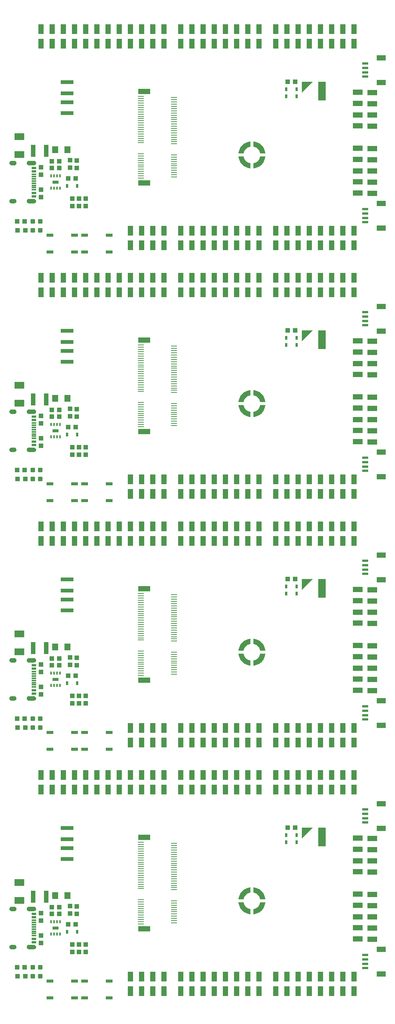
<source format=gtp>
G04 EAGLE Gerber RS-274X export*
G75*
%MOMM*%
%FSLAX34Y34*%
%LPD*%
%INSolderpaste Top*%
%IPPOS*%
%AMOC8*
5,1,8,0,0,1.08239X$1,22.5*%
G01*
%ADD10R,1.000000X0.300000*%
%ADD11R,1.000000X0.600000*%
%ADD12R,1.000000X1.100000*%
%ADD13R,1.375000X0.800000*%
%ADD14R,0.300000X0.650000*%
%ADD15R,1.100000X1.000000*%
%ADD16R,1.700000X4.200000*%
%ADD17R,0.630000X0.830000*%
%ADD18R,1.524000X0.762000*%
%ADD19R,1.000000X2.800000*%
%ADD20R,1.400000X1.600000*%
%ADD21R,2.750000X1.200000*%
%ADD22R,1.450000X0.200000*%
%ADD23R,3.000000X0.900000*%
%ADD24R,1.200000X2.200000*%
%ADD25R,2.000000X1.200000*%
%ADD26R,1.350000X0.600000*%
%ADD27R,2.000000X1.000000*%
%ADD28R,2.200000X1.200000*%
%ADD29R,1.000000X2.000000*%
%ADD30C,0.300000*%
%ADD31R,2.210000X1.520000*%

G36*
X551557Y1900419D02*
X551557Y1900419D01*
X551602Y1900420D01*
X551653Y1900442D01*
X551708Y1900455D01*
X551744Y1900481D01*
X551784Y1900499D01*
X551823Y1900540D01*
X551868Y1900573D01*
X551891Y1900611D01*
X551921Y1900643D01*
X551941Y1900696D01*
X551970Y1900744D01*
X551978Y1900795D01*
X551991Y1900829D01*
X551990Y1900863D01*
X551997Y1900908D01*
X551997Y1911908D01*
X551987Y1911961D01*
X551986Y1912014D01*
X551967Y1912057D01*
X551958Y1912103D01*
X551927Y1912147D01*
X551906Y1912196D01*
X551872Y1912228D01*
X551845Y1912267D01*
X551800Y1912296D01*
X551761Y1912332D01*
X551710Y1912353D01*
X551678Y1912374D01*
X551646Y1912379D01*
X551607Y1912395D01*
X548872Y1913006D01*
X546308Y1914034D01*
X543944Y1915461D01*
X541840Y1917250D01*
X540051Y1919354D01*
X538624Y1921718D01*
X537596Y1924282D01*
X536985Y1927017D01*
X536963Y1927066D01*
X536951Y1927118D01*
X536923Y1927156D01*
X536904Y1927198D01*
X536865Y1927235D01*
X536833Y1927278D01*
X536793Y1927302D01*
X536759Y1927334D01*
X536708Y1927352D01*
X536662Y1927380D01*
X536608Y1927389D01*
X536572Y1927402D01*
X536540Y1927400D01*
X536498Y1927407D01*
X525498Y1927407D01*
X525443Y1927396D01*
X525387Y1927395D01*
X525346Y1927376D01*
X525303Y1927368D01*
X525257Y1927336D01*
X525206Y1927313D01*
X525176Y1927280D01*
X525139Y1927255D01*
X525109Y1927208D01*
X525071Y1927166D01*
X525056Y1927125D01*
X525032Y1927088D01*
X525023Y1927032D01*
X525004Y1926979D01*
X525005Y1926927D01*
X524999Y1926891D01*
X525007Y1926859D01*
X525007Y1926854D01*
X525007Y1926852D01*
X525007Y1926851D01*
X525008Y1926813D01*
X525847Y1922492D01*
X525859Y1922463D01*
X525867Y1922421D01*
X527336Y1918271D01*
X527352Y1918244D01*
X527366Y1918204D01*
X529432Y1914317D01*
X529452Y1914293D01*
X529471Y1914255D01*
X532089Y1910716D01*
X532113Y1910695D01*
X532138Y1910660D01*
X535250Y1907548D01*
X535265Y1907538D01*
X535273Y1907527D01*
X535288Y1907518D01*
X535306Y1907499D01*
X538845Y1904881D01*
X538873Y1904868D01*
X538907Y1904842D01*
X542794Y1902776D01*
X542824Y1902767D01*
X542861Y1902746D01*
X547011Y1901277D01*
X547042Y1901272D01*
X547082Y1901257D01*
X551403Y1900418D01*
X551459Y1900418D01*
X551515Y1900409D01*
X551557Y1900419D01*
G37*
G36*
X551557Y208779D02*
X551557Y208779D01*
X551602Y208780D01*
X551653Y208802D01*
X551708Y208815D01*
X551744Y208841D01*
X551784Y208859D01*
X551823Y208900D01*
X551868Y208933D01*
X551891Y208971D01*
X551921Y209003D01*
X551941Y209056D01*
X551970Y209104D01*
X551978Y209155D01*
X551991Y209189D01*
X551990Y209223D01*
X551997Y209268D01*
X551997Y220268D01*
X551987Y220321D01*
X551986Y220374D01*
X551967Y220417D01*
X551958Y220463D01*
X551927Y220507D01*
X551906Y220556D01*
X551872Y220588D01*
X551845Y220627D01*
X551800Y220656D01*
X551761Y220692D01*
X551710Y220713D01*
X551678Y220734D01*
X551646Y220739D01*
X551607Y220755D01*
X548872Y221366D01*
X546308Y222394D01*
X543944Y223821D01*
X541840Y225610D01*
X540051Y227714D01*
X538624Y230078D01*
X537596Y232642D01*
X536985Y235377D01*
X536963Y235426D01*
X536951Y235478D01*
X536923Y235516D01*
X536904Y235558D01*
X536865Y235595D01*
X536833Y235638D01*
X536793Y235662D01*
X536759Y235694D01*
X536708Y235712D01*
X536662Y235740D01*
X536608Y235749D01*
X536572Y235762D01*
X536540Y235760D01*
X536498Y235767D01*
X525498Y235767D01*
X525443Y235756D01*
X525387Y235755D01*
X525346Y235736D01*
X525303Y235728D01*
X525257Y235696D01*
X525206Y235673D01*
X525176Y235640D01*
X525139Y235615D01*
X525109Y235568D01*
X525071Y235526D01*
X525056Y235485D01*
X525032Y235448D01*
X525023Y235392D01*
X525004Y235339D01*
X525005Y235287D01*
X524999Y235251D01*
X525007Y235219D01*
X525007Y235214D01*
X525007Y235212D01*
X525007Y235211D01*
X525008Y235173D01*
X525847Y230852D01*
X525859Y230823D01*
X525867Y230781D01*
X527336Y226631D01*
X527352Y226604D01*
X527366Y226564D01*
X529432Y222677D01*
X529452Y222653D01*
X529471Y222615D01*
X532089Y219076D01*
X532113Y219055D01*
X532138Y219020D01*
X535250Y215908D01*
X535265Y215898D01*
X535273Y215887D01*
X535288Y215878D01*
X535306Y215859D01*
X538845Y213241D01*
X538873Y213228D01*
X538907Y213202D01*
X542794Y211136D01*
X542824Y211127D01*
X542861Y211106D01*
X547011Y209637D01*
X547042Y209632D01*
X547082Y209617D01*
X551403Y208778D01*
X551459Y208778D01*
X551515Y208769D01*
X551557Y208779D01*
G37*
G36*
X551557Y1336539D02*
X551557Y1336539D01*
X551602Y1336540D01*
X551653Y1336562D01*
X551708Y1336575D01*
X551744Y1336601D01*
X551784Y1336619D01*
X551823Y1336660D01*
X551868Y1336693D01*
X551891Y1336731D01*
X551921Y1336763D01*
X551941Y1336816D01*
X551970Y1336864D01*
X551978Y1336915D01*
X551991Y1336949D01*
X551990Y1336983D01*
X551997Y1337028D01*
X551997Y1348028D01*
X551987Y1348081D01*
X551986Y1348134D01*
X551967Y1348177D01*
X551958Y1348223D01*
X551927Y1348267D01*
X551906Y1348316D01*
X551872Y1348348D01*
X551845Y1348387D01*
X551800Y1348416D01*
X551761Y1348452D01*
X551710Y1348473D01*
X551678Y1348494D01*
X551646Y1348499D01*
X551607Y1348515D01*
X548872Y1349126D01*
X546308Y1350154D01*
X543944Y1351581D01*
X541840Y1353370D01*
X540051Y1355474D01*
X538624Y1357838D01*
X537596Y1360402D01*
X536985Y1363137D01*
X536963Y1363186D01*
X536951Y1363238D01*
X536923Y1363276D01*
X536904Y1363318D01*
X536865Y1363355D01*
X536833Y1363398D01*
X536793Y1363422D01*
X536759Y1363454D01*
X536708Y1363472D01*
X536662Y1363500D01*
X536608Y1363509D01*
X536572Y1363522D01*
X536540Y1363520D01*
X536498Y1363527D01*
X525498Y1363527D01*
X525443Y1363516D01*
X525387Y1363515D01*
X525346Y1363496D01*
X525303Y1363488D01*
X525257Y1363456D01*
X525206Y1363433D01*
X525176Y1363400D01*
X525139Y1363375D01*
X525109Y1363328D01*
X525071Y1363286D01*
X525056Y1363245D01*
X525032Y1363208D01*
X525023Y1363152D01*
X525004Y1363099D01*
X525005Y1363047D01*
X524999Y1363011D01*
X525007Y1362979D01*
X525007Y1362974D01*
X525007Y1362972D01*
X525007Y1362971D01*
X525008Y1362933D01*
X525847Y1358612D01*
X525859Y1358583D01*
X525867Y1358541D01*
X527336Y1354391D01*
X527352Y1354364D01*
X527366Y1354324D01*
X529432Y1350437D01*
X529452Y1350413D01*
X529471Y1350375D01*
X532089Y1346836D01*
X532113Y1346815D01*
X532138Y1346780D01*
X535250Y1343668D01*
X535265Y1343658D01*
X535273Y1343647D01*
X535288Y1343638D01*
X535306Y1343619D01*
X538845Y1341001D01*
X538873Y1340988D01*
X538907Y1340962D01*
X542794Y1338896D01*
X542824Y1338887D01*
X542861Y1338866D01*
X547011Y1337397D01*
X547042Y1337392D01*
X547082Y1337377D01*
X551403Y1336538D01*
X551459Y1336538D01*
X551515Y1336529D01*
X551557Y1336539D01*
G37*
G36*
X551557Y772659D02*
X551557Y772659D01*
X551602Y772660D01*
X551653Y772682D01*
X551708Y772695D01*
X551744Y772721D01*
X551784Y772739D01*
X551823Y772780D01*
X551868Y772813D01*
X551891Y772851D01*
X551921Y772883D01*
X551941Y772936D01*
X551970Y772984D01*
X551978Y773035D01*
X551991Y773069D01*
X551990Y773103D01*
X551997Y773148D01*
X551997Y784148D01*
X551987Y784201D01*
X551986Y784254D01*
X551967Y784297D01*
X551958Y784343D01*
X551927Y784387D01*
X551906Y784436D01*
X551872Y784468D01*
X551845Y784507D01*
X551800Y784536D01*
X551761Y784572D01*
X551710Y784593D01*
X551678Y784614D01*
X551646Y784619D01*
X551607Y784635D01*
X548872Y785246D01*
X546308Y786274D01*
X543944Y787701D01*
X541840Y789490D01*
X540051Y791594D01*
X538624Y793958D01*
X537596Y796522D01*
X536985Y799257D01*
X536963Y799306D01*
X536951Y799358D01*
X536923Y799396D01*
X536904Y799438D01*
X536865Y799475D01*
X536833Y799518D01*
X536793Y799542D01*
X536759Y799574D01*
X536708Y799592D01*
X536662Y799620D01*
X536608Y799629D01*
X536572Y799642D01*
X536540Y799640D01*
X536498Y799647D01*
X525498Y799647D01*
X525443Y799636D01*
X525387Y799635D01*
X525346Y799616D01*
X525303Y799608D01*
X525257Y799576D01*
X525206Y799553D01*
X525176Y799520D01*
X525139Y799495D01*
X525109Y799448D01*
X525071Y799406D01*
X525056Y799365D01*
X525032Y799328D01*
X525023Y799272D01*
X525004Y799219D01*
X525005Y799167D01*
X524999Y799131D01*
X525007Y799099D01*
X525007Y799094D01*
X525007Y799092D01*
X525007Y799091D01*
X525008Y799053D01*
X525847Y794732D01*
X525859Y794703D01*
X525867Y794661D01*
X527336Y790511D01*
X527352Y790484D01*
X527366Y790444D01*
X529432Y786557D01*
X529452Y786533D01*
X529471Y786495D01*
X532089Y782956D01*
X532113Y782935D01*
X532138Y782900D01*
X535250Y779788D01*
X535265Y779778D01*
X535273Y779767D01*
X535288Y779758D01*
X535306Y779739D01*
X538845Y777121D01*
X538873Y777108D01*
X538907Y777082D01*
X542794Y775016D01*
X542824Y775007D01*
X542861Y774986D01*
X547011Y773517D01*
X547042Y773512D01*
X547082Y773497D01*
X551403Y772658D01*
X551459Y772658D01*
X551515Y772649D01*
X551557Y772659D01*
G37*
G36*
X536551Y1934419D02*
X536551Y1934419D01*
X536604Y1934420D01*
X536647Y1934439D01*
X536693Y1934448D01*
X536737Y1934479D01*
X536786Y1934500D01*
X536818Y1934534D01*
X536857Y1934561D01*
X536886Y1934606D01*
X536922Y1934645D01*
X536943Y1934696D01*
X536964Y1934728D01*
X536969Y1934760D01*
X536985Y1934799D01*
X537596Y1937534D01*
X538624Y1940098D01*
X540051Y1942462D01*
X541840Y1944566D01*
X543944Y1946355D01*
X546308Y1947782D01*
X548872Y1948810D01*
X551607Y1949421D01*
X551656Y1949443D01*
X551708Y1949455D01*
X551746Y1949483D01*
X551788Y1949502D01*
X551825Y1949541D01*
X551868Y1949573D01*
X551892Y1949613D01*
X551924Y1949647D01*
X551942Y1949698D01*
X551970Y1949744D01*
X551979Y1949798D01*
X551992Y1949834D01*
X551990Y1949866D01*
X551997Y1949908D01*
X551997Y1960908D01*
X551986Y1960963D01*
X551985Y1961019D01*
X551966Y1961060D01*
X551958Y1961103D01*
X551926Y1961149D01*
X551903Y1961201D01*
X551870Y1961230D01*
X551845Y1961267D01*
X551798Y1961297D01*
X551756Y1961335D01*
X551715Y1961350D01*
X551678Y1961374D01*
X551622Y1961383D01*
X551569Y1961402D01*
X551517Y1961401D01*
X551481Y1961407D01*
X551449Y1961399D01*
X551403Y1961398D01*
X547082Y1960559D01*
X547053Y1960547D01*
X547011Y1960539D01*
X542861Y1959070D01*
X542834Y1959054D01*
X542794Y1959040D01*
X538907Y1956974D01*
X538883Y1956954D01*
X538845Y1956935D01*
X535306Y1954317D01*
X535285Y1954293D01*
X535250Y1954268D01*
X532138Y1951156D01*
X532120Y1951130D01*
X532089Y1951100D01*
X529471Y1947562D01*
X529458Y1947533D01*
X529432Y1947499D01*
X527366Y1943612D01*
X527359Y1943589D01*
X527350Y1943575D01*
X527349Y1943567D01*
X527336Y1943545D01*
X525867Y1939395D01*
X525862Y1939364D01*
X525847Y1939324D01*
X525008Y1935003D01*
X525008Y1934947D01*
X524999Y1934891D01*
X525009Y1934849D01*
X525010Y1934804D01*
X525032Y1934753D01*
X525045Y1934698D01*
X525071Y1934663D01*
X525089Y1934622D01*
X525130Y1934583D01*
X525163Y1934538D01*
X525201Y1934515D01*
X525233Y1934485D01*
X525286Y1934465D01*
X525334Y1934436D01*
X525385Y1934428D01*
X525419Y1934415D01*
X525453Y1934416D01*
X525498Y1934409D01*
X536498Y1934409D01*
X536551Y1934419D01*
G37*
G36*
X536551Y242779D02*
X536551Y242779D01*
X536604Y242780D01*
X536647Y242799D01*
X536693Y242808D01*
X536737Y242839D01*
X536786Y242860D01*
X536818Y242894D01*
X536857Y242921D01*
X536886Y242966D01*
X536922Y243005D01*
X536943Y243056D01*
X536964Y243088D01*
X536969Y243120D01*
X536985Y243159D01*
X537596Y245894D01*
X538624Y248458D01*
X540051Y250822D01*
X541840Y252926D01*
X543944Y254715D01*
X546308Y256142D01*
X548872Y257170D01*
X551607Y257781D01*
X551656Y257803D01*
X551708Y257815D01*
X551746Y257843D01*
X551788Y257862D01*
X551825Y257901D01*
X551868Y257933D01*
X551892Y257973D01*
X551924Y258007D01*
X551942Y258058D01*
X551970Y258104D01*
X551979Y258158D01*
X551992Y258194D01*
X551990Y258226D01*
X551997Y258268D01*
X551997Y269268D01*
X551986Y269323D01*
X551985Y269379D01*
X551966Y269420D01*
X551958Y269463D01*
X551926Y269509D01*
X551903Y269561D01*
X551870Y269590D01*
X551845Y269627D01*
X551798Y269657D01*
X551756Y269695D01*
X551715Y269710D01*
X551678Y269734D01*
X551622Y269743D01*
X551569Y269762D01*
X551517Y269761D01*
X551481Y269767D01*
X551449Y269759D01*
X551403Y269758D01*
X547082Y268919D01*
X547053Y268907D01*
X547011Y268899D01*
X542861Y267430D01*
X542834Y267414D01*
X542794Y267400D01*
X538907Y265334D01*
X538883Y265314D01*
X538845Y265295D01*
X535306Y262677D01*
X535285Y262653D01*
X535250Y262628D01*
X532138Y259516D01*
X532120Y259490D01*
X532089Y259460D01*
X529471Y255922D01*
X529458Y255893D01*
X529432Y255859D01*
X527366Y251972D01*
X527359Y251949D01*
X527350Y251935D01*
X527349Y251927D01*
X527336Y251905D01*
X525867Y247755D01*
X525862Y247724D01*
X525847Y247684D01*
X525008Y243363D01*
X525008Y243307D01*
X524999Y243251D01*
X525009Y243209D01*
X525010Y243164D01*
X525032Y243113D01*
X525045Y243058D01*
X525071Y243023D01*
X525089Y242982D01*
X525130Y242943D01*
X525163Y242898D01*
X525201Y242875D01*
X525233Y242845D01*
X525286Y242825D01*
X525334Y242796D01*
X525385Y242788D01*
X525419Y242775D01*
X525453Y242776D01*
X525498Y242769D01*
X536498Y242769D01*
X536551Y242779D01*
G37*
G36*
X536551Y806659D02*
X536551Y806659D01*
X536604Y806660D01*
X536647Y806679D01*
X536693Y806688D01*
X536737Y806719D01*
X536786Y806740D01*
X536818Y806774D01*
X536857Y806801D01*
X536886Y806846D01*
X536922Y806885D01*
X536943Y806936D01*
X536964Y806968D01*
X536969Y807000D01*
X536985Y807039D01*
X537596Y809774D01*
X538624Y812338D01*
X540051Y814702D01*
X541840Y816806D01*
X543944Y818595D01*
X546308Y820022D01*
X548872Y821050D01*
X551607Y821661D01*
X551656Y821683D01*
X551708Y821695D01*
X551746Y821723D01*
X551788Y821742D01*
X551825Y821781D01*
X551868Y821813D01*
X551892Y821853D01*
X551924Y821887D01*
X551942Y821938D01*
X551970Y821984D01*
X551979Y822038D01*
X551992Y822074D01*
X551990Y822106D01*
X551997Y822148D01*
X551997Y833148D01*
X551986Y833203D01*
X551985Y833259D01*
X551966Y833300D01*
X551958Y833343D01*
X551926Y833389D01*
X551903Y833441D01*
X551870Y833470D01*
X551845Y833507D01*
X551798Y833537D01*
X551756Y833575D01*
X551715Y833590D01*
X551678Y833614D01*
X551622Y833623D01*
X551569Y833642D01*
X551517Y833641D01*
X551481Y833647D01*
X551449Y833639D01*
X551403Y833638D01*
X547082Y832799D01*
X547053Y832787D01*
X547011Y832779D01*
X542861Y831310D01*
X542834Y831294D01*
X542794Y831280D01*
X538907Y829214D01*
X538883Y829194D01*
X538845Y829175D01*
X535306Y826557D01*
X535285Y826533D01*
X535250Y826508D01*
X532138Y823396D01*
X532120Y823370D01*
X532089Y823340D01*
X529471Y819802D01*
X529458Y819773D01*
X529432Y819739D01*
X527366Y815852D01*
X527359Y815829D01*
X527350Y815815D01*
X527349Y815807D01*
X527336Y815785D01*
X525867Y811635D01*
X525862Y811604D01*
X525847Y811564D01*
X525008Y807243D01*
X525008Y807187D01*
X524999Y807131D01*
X525009Y807089D01*
X525010Y807044D01*
X525032Y806993D01*
X525045Y806938D01*
X525071Y806903D01*
X525089Y806862D01*
X525130Y806823D01*
X525163Y806778D01*
X525201Y806755D01*
X525233Y806725D01*
X525286Y806705D01*
X525334Y806676D01*
X525385Y806668D01*
X525419Y806655D01*
X525453Y806656D01*
X525498Y806649D01*
X536498Y806649D01*
X536551Y806659D01*
G37*
G36*
X536551Y1370539D02*
X536551Y1370539D01*
X536604Y1370540D01*
X536647Y1370559D01*
X536693Y1370568D01*
X536737Y1370599D01*
X536786Y1370620D01*
X536818Y1370654D01*
X536857Y1370681D01*
X536886Y1370726D01*
X536922Y1370765D01*
X536943Y1370816D01*
X536964Y1370848D01*
X536969Y1370880D01*
X536985Y1370919D01*
X537596Y1373654D01*
X538624Y1376218D01*
X540051Y1378582D01*
X541840Y1380686D01*
X543944Y1382475D01*
X546308Y1383902D01*
X548872Y1384930D01*
X551607Y1385541D01*
X551656Y1385563D01*
X551708Y1385575D01*
X551746Y1385603D01*
X551788Y1385622D01*
X551825Y1385661D01*
X551868Y1385693D01*
X551892Y1385733D01*
X551924Y1385767D01*
X551942Y1385818D01*
X551970Y1385864D01*
X551979Y1385918D01*
X551992Y1385954D01*
X551990Y1385986D01*
X551997Y1386028D01*
X551997Y1397028D01*
X551986Y1397083D01*
X551985Y1397139D01*
X551966Y1397180D01*
X551958Y1397223D01*
X551926Y1397269D01*
X551903Y1397321D01*
X551870Y1397350D01*
X551845Y1397387D01*
X551798Y1397417D01*
X551756Y1397455D01*
X551715Y1397470D01*
X551678Y1397494D01*
X551622Y1397503D01*
X551569Y1397522D01*
X551517Y1397521D01*
X551481Y1397527D01*
X551449Y1397519D01*
X551403Y1397518D01*
X547082Y1396679D01*
X547053Y1396667D01*
X547011Y1396659D01*
X542861Y1395190D01*
X542834Y1395174D01*
X542794Y1395160D01*
X538907Y1393094D01*
X538883Y1393074D01*
X538845Y1393055D01*
X535306Y1390437D01*
X535285Y1390413D01*
X535250Y1390388D01*
X532138Y1387276D01*
X532120Y1387250D01*
X532089Y1387220D01*
X529471Y1383682D01*
X529458Y1383653D01*
X529432Y1383619D01*
X527366Y1379732D01*
X527359Y1379709D01*
X527350Y1379695D01*
X527349Y1379687D01*
X527336Y1379665D01*
X525867Y1375515D01*
X525862Y1375484D01*
X525847Y1375444D01*
X525008Y1371123D01*
X525008Y1371067D01*
X524999Y1371011D01*
X525009Y1370969D01*
X525010Y1370924D01*
X525032Y1370873D01*
X525045Y1370818D01*
X525071Y1370783D01*
X525089Y1370742D01*
X525130Y1370703D01*
X525163Y1370658D01*
X525201Y1370635D01*
X525233Y1370605D01*
X525286Y1370585D01*
X525334Y1370556D01*
X525385Y1370548D01*
X525419Y1370535D01*
X525453Y1370536D01*
X525498Y1370529D01*
X536498Y1370529D01*
X536551Y1370539D01*
G37*
G36*
X585553Y806660D02*
X585553Y806660D01*
X585609Y806661D01*
X585650Y806680D01*
X585693Y806688D01*
X585739Y806720D01*
X585791Y806743D01*
X585820Y806776D01*
X585857Y806801D01*
X585887Y806848D01*
X585925Y806890D01*
X585940Y806931D01*
X585964Y806968D01*
X585973Y807024D01*
X585992Y807077D01*
X585991Y807129D01*
X585997Y807165D01*
X585989Y807197D01*
X585988Y807243D01*
X585149Y811564D01*
X585137Y811593D01*
X585129Y811635D01*
X583660Y815785D01*
X583644Y815812D01*
X583635Y815839D01*
X583633Y815845D01*
X583632Y815847D01*
X583630Y815852D01*
X581564Y819739D01*
X581544Y819763D01*
X581525Y819802D01*
X578907Y823340D01*
X578883Y823361D01*
X578858Y823396D01*
X575746Y826508D01*
X575720Y826526D01*
X575690Y826557D01*
X572152Y829175D01*
X572123Y829188D01*
X572089Y829214D01*
X568202Y831280D01*
X568172Y831289D01*
X568135Y831310D01*
X563985Y832779D01*
X563954Y832784D01*
X563914Y832799D01*
X559593Y833638D01*
X559537Y833638D01*
X559481Y833647D01*
X559439Y833637D01*
X559394Y833636D01*
X559343Y833614D01*
X559288Y833601D01*
X559253Y833575D01*
X559212Y833557D01*
X559173Y833516D01*
X559128Y833483D01*
X559105Y833445D01*
X559075Y833413D01*
X559055Y833360D01*
X559026Y833312D01*
X559018Y833261D01*
X559005Y833227D01*
X559006Y833193D01*
X558999Y833148D01*
X558999Y822148D01*
X559009Y822095D01*
X559010Y822042D01*
X559029Y821999D01*
X559038Y821953D01*
X559069Y821909D01*
X559090Y821860D01*
X559124Y821828D01*
X559151Y821789D01*
X559196Y821760D01*
X559235Y821724D01*
X559286Y821703D01*
X559318Y821682D01*
X559350Y821677D01*
X559389Y821661D01*
X562124Y821050D01*
X564688Y820022D01*
X567052Y818595D01*
X569156Y816806D01*
X570945Y814702D01*
X572372Y812338D01*
X573400Y809774D01*
X574011Y807039D01*
X574033Y806990D01*
X574045Y806938D01*
X574073Y806900D01*
X574092Y806858D01*
X574131Y806821D01*
X574163Y806778D01*
X574203Y806754D01*
X574237Y806722D01*
X574288Y806704D01*
X574334Y806676D01*
X574388Y806667D01*
X574424Y806654D01*
X574456Y806656D01*
X574498Y806649D01*
X585498Y806649D01*
X585553Y806660D01*
G37*
G36*
X585553Y1934420D02*
X585553Y1934420D01*
X585609Y1934421D01*
X585650Y1934440D01*
X585693Y1934448D01*
X585739Y1934480D01*
X585791Y1934503D01*
X585820Y1934536D01*
X585857Y1934561D01*
X585887Y1934608D01*
X585925Y1934650D01*
X585940Y1934691D01*
X585964Y1934728D01*
X585973Y1934784D01*
X585992Y1934837D01*
X585991Y1934889D01*
X585997Y1934925D01*
X585989Y1934957D01*
X585988Y1935003D01*
X585149Y1939324D01*
X585137Y1939353D01*
X585129Y1939395D01*
X583660Y1943545D01*
X583644Y1943572D01*
X583635Y1943599D01*
X583633Y1943605D01*
X583632Y1943607D01*
X583630Y1943612D01*
X581564Y1947499D01*
X581544Y1947523D01*
X581525Y1947562D01*
X578907Y1951100D01*
X578883Y1951121D01*
X578858Y1951156D01*
X575746Y1954268D01*
X575720Y1954286D01*
X575690Y1954317D01*
X572152Y1956935D01*
X572123Y1956948D01*
X572089Y1956974D01*
X568202Y1959040D01*
X568172Y1959049D01*
X568135Y1959070D01*
X563985Y1960539D01*
X563954Y1960544D01*
X563914Y1960559D01*
X559593Y1961398D01*
X559537Y1961398D01*
X559481Y1961407D01*
X559439Y1961397D01*
X559394Y1961396D01*
X559343Y1961374D01*
X559288Y1961361D01*
X559253Y1961335D01*
X559212Y1961317D01*
X559173Y1961276D01*
X559128Y1961243D01*
X559105Y1961205D01*
X559075Y1961173D01*
X559055Y1961120D01*
X559026Y1961072D01*
X559018Y1961021D01*
X559005Y1960987D01*
X559006Y1960953D01*
X558999Y1960908D01*
X558999Y1949908D01*
X559009Y1949855D01*
X559010Y1949802D01*
X559029Y1949759D01*
X559038Y1949713D01*
X559069Y1949669D01*
X559090Y1949620D01*
X559124Y1949588D01*
X559151Y1949549D01*
X559196Y1949520D01*
X559235Y1949484D01*
X559286Y1949463D01*
X559318Y1949442D01*
X559350Y1949437D01*
X559389Y1949421D01*
X562124Y1948810D01*
X564688Y1947782D01*
X567052Y1946355D01*
X569156Y1944566D01*
X570945Y1942462D01*
X572372Y1940098D01*
X573400Y1937534D01*
X574011Y1934799D01*
X574033Y1934750D01*
X574045Y1934698D01*
X574073Y1934660D01*
X574092Y1934618D01*
X574131Y1934581D01*
X574163Y1934538D01*
X574203Y1934514D01*
X574237Y1934482D01*
X574288Y1934464D01*
X574334Y1934436D01*
X574388Y1934427D01*
X574424Y1934414D01*
X574456Y1934416D01*
X574498Y1934409D01*
X585498Y1934409D01*
X585553Y1934420D01*
G37*
G36*
X585553Y242780D02*
X585553Y242780D01*
X585609Y242781D01*
X585650Y242800D01*
X585693Y242808D01*
X585739Y242840D01*
X585791Y242863D01*
X585820Y242896D01*
X585857Y242921D01*
X585887Y242968D01*
X585925Y243010D01*
X585940Y243051D01*
X585964Y243088D01*
X585973Y243144D01*
X585992Y243197D01*
X585991Y243249D01*
X585997Y243285D01*
X585989Y243317D01*
X585988Y243363D01*
X585149Y247684D01*
X585137Y247713D01*
X585129Y247755D01*
X583660Y251905D01*
X583644Y251932D01*
X583635Y251959D01*
X583633Y251965D01*
X583632Y251967D01*
X583630Y251972D01*
X581564Y255859D01*
X581544Y255883D01*
X581525Y255922D01*
X578907Y259460D01*
X578883Y259481D01*
X578858Y259516D01*
X575746Y262628D01*
X575720Y262646D01*
X575690Y262677D01*
X572152Y265295D01*
X572123Y265308D01*
X572089Y265334D01*
X568202Y267400D01*
X568172Y267409D01*
X568135Y267430D01*
X563985Y268899D01*
X563954Y268904D01*
X563914Y268919D01*
X559593Y269758D01*
X559537Y269758D01*
X559481Y269767D01*
X559439Y269757D01*
X559394Y269756D01*
X559343Y269734D01*
X559288Y269721D01*
X559253Y269695D01*
X559212Y269677D01*
X559173Y269636D01*
X559128Y269603D01*
X559105Y269565D01*
X559075Y269533D01*
X559055Y269480D01*
X559026Y269432D01*
X559018Y269381D01*
X559005Y269347D01*
X559006Y269313D01*
X558999Y269268D01*
X558999Y258268D01*
X559009Y258215D01*
X559010Y258162D01*
X559029Y258119D01*
X559038Y258073D01*
X559069Y258029D01*
X559090Y257980D01*
X559124Y257948D01*
X559151Y257909D01*
X559196Y257880D01*
X559235Y257844D01*
X559286Y257823D01*
X559318Y257802D01*
X559350Y257797D01*
X559389Y257781D01*
X562124Y257170D01*
X564688Y256142D01*
X567052Y254715D01*
X569156Y252926D01*
X570945Y250822D01*
X572372Y248458D01*
X573400Y245894D01*
X574011Y243159D01*
X574033Y243110D01*
X574045Y243058D01*
X574073Y243020D01*
X574092Y242978D01*
X574131Y242941D01*
X574163Y242898D01*
X574203Y242874D01*
X574237Y242842D01*
X574288Y242824D01*
X574334Y242796D01*
X574388Y242787D01*
X574424Y242774D01*
X574456Y242776D01*
X574498Y242769D01*
X585498Y242769D01*
X585553Y242780D01*
G37*
G36*
X585553Y1370540D02*
X585553Y1370540D01*
X585609Y1370541D01*
X585650Y1370560D01*
X585693Y1370568D01*
X585739Y1370600D01*
X585791Y1370623D01*
X585820Y1370656D01*
X585857Y1370681D01*
X585887Y1370728D01*
X585925Y1370770D01*
X585940Y1370811D01*
X585964Y1370848D01*
X585973Y1370904D01*
X585992Y1370957D01*
X585991Y1371009D01*
X585997Y1371045D01*
X585989Y1371077D01*
X585988Y1371123D01*
X585149Y1375444D01*
X585137Y1375473D01*
X585129Y1375515D01*
X583660Y1379665D01*
X583644Y1379692D01*
X583635Y1379719D01*
X583633Y1379725D01*
X583632Y1379727D01*
X583630Y1379732D01*
X581564Y1383619D01*
X581544Y1383643D01*
X581525Y1383682D01*
X578907Y1387220D01*
X578883Y1387241D01*
X578858Y1387276D01*
X575746Y1390388D01*
X575720Y1390406D01*
X575690Y1390437D01*
X572152Y1393055D01*
X572123Y1393068D01*
X572089Y1393094D01*
X568202Y1395160D01*
X568172Y1395169D01*
X568135Y1395190D01*
X563985Y1396659D01*
X563954Y1396664D01*
X563914Y1396679D01*
X559593Y1397518D01*
X559537Y1397518D01*
X559481Y1397527D01*
X559439Y1397517D01*
X559394Y1397516D01*
X559343Y1397494D01*
X559288Y1397481D01*
X559253Y1397455D01*
X559212Y1397437D01*
X559173Y1397396D01*
X559128Y1397363D01*
X559105Y1397325D01*
X559075Y1397293D01*
X559055Y1397240D01*
X559026Y1397192D01*
X559018Y1397141D01*
X559005Y1397107D01*
X559006Y1397073D01*
X558999Y1397028D01*
X558999Y1386028D01*
X559009Y1385975D01*
X559010Y1385922D01*
X559029Y1385879D01*
X559038Y1385833D01*
X559069Y1385789D01*
X559090Y1385740D01*
X559124Y1385708D01*
X559151Y1385669D01*
X559196Y1385640D01*
X559235Y1385604D01*
X559286Y1385583D01*
X559318Y1385562D01*
X559350Y1385557D01*
X559389Y1385541D01*
X562124Y1384930D01*
X564688Y1383902D01*
X567052Y1382475D01*
X569156Y1380686D01*
X570945Y1378582D01*
X572372Y1376218D01*
X573400Y1373654D01*
X574011Y1370919D01*
X574033Y1370870D01*
X574045Y1370818D01*
X574073Y1370780D01*
X574092Y1370738D01*
X574131Y1370701D01*
X574163Y1370658D01*
X574203Y1370634D01*
X574237Y1370602D01*
X574288Y1370584D01*
X574334Y1370556D01*
X574388Y1370547D01*
X574424Y1370534D01*
X574456Y1370536D01*
X574498Y1370529D01*
X585498Y1370529D01*
X585553Y1370540D01*
G37*
G36*
X559547Y1900417D02*
X559547Y1900417D01*
X559593Y1900418D01*
X563914Y1901257D01*
X563943Y1901269D01*
X563985Y1901277D01*
X568135Y1902746D01*
X568162Y1902762D01*
X568202Y1902776D01*
X572089Y1904842D01*
X572113Y1904862D01*
X572152Y1904881D01*
X575690Y1907499D01*
X575711Y1907523D01*
X575746Y1907548D01*
X578858Y1910660D01*
X578876Y1910687D01*
X578907Y1910716D01*
X581525Y1914255D01*
X581538Y1914283D01*
X581564Y1914317D01*
X583630Y1918204D01*
X583639Y1918234D01*
X583660Y1918271D01*
X585129Y1922421D01*
X585134Y1922452D01*
X585149Y1922492D01*
X585988Y1926813D01*
X585988Y1926869D01*
X585997Y1926925D01*
X585987Y1926967D01*
X585986Y1927012D01*
X585964Y1927063D01*
X585951Y1927118D01*
X585925Y1927154D01*
X585907Y1927194D01*
X585866Y1927233D01*
X585833Y1927278D01*
X585795Y1927301D01*
X585763Y1927331D01*
X585710Y1927351D01*
X585662Y1927380D01*
X585611Y1927388D01*
X585577Y1927401D01*
X585543Y1927400D01*
X585498Y1927407D01*
X574498Y1927407D01*
X574445Y1927397D01*
X574392Y1927396D01*
X574349Y1927377D01*
X574303Y1927368D01*
X574259Y1927337D01*
X574210Y1927316D01*
X574178Y1927282D01*
X574139Y1927255D01*
X574110Y1927210D01*
X574074Y1927171D01*
X574053Y1927120D01*
X574032Y1927088D01*
X574027Y1927056D01*
X574024Y1927050D01*
X574023Y1927049D01*
X574023Y1927048D01*
X574011Y1927017D01*
X573400Y1924282D01*
X572372Y1921718D01*
X570945Y1919354D01*
X569156Y1917250D01*
X567052Y1915461D01*
X564688Y1914034D01*
X562124Y1913006D01*
X559389Y1912395D01*
X559340Y1912373D01*
X559288Y1912361D01*
X559250Y1912333D01*
X559208Y1912314D01*
X559171Y1912275D01*
X559128Y1912243D01*
X559104Y1912203D01*
X559072Y1912169D01*
X559054Y1912118D01*
X559026Y1912072D01*
X559017Y1912018D01*
X559004Y1911982D01*
X559006Y1911950D01*
X558999Y1911908D01*
X558999Y1900908D01*
X559010Y1900853D01*
X559011Y1900797D01*
X559030Y1900756D01*
X559038Y1900713D01*
X559070Y1900667D01*
X559093Y1900616D01*
X559126Y1900586D01*
X559151Y1900549D01*
X559198Y1900519D01*
X559240Y1900481D01*
X559281Y1900466D01*
X559318Y1900442D01*
X559374Y1900433D01*
X559427Y1900414D01*
X559479Y1900415D01*
X559515Y1900409D01*
X559547Y1900417D01*
G37*
G36*
X559547Y208777D02*
X559547Y208777D01*
X559593Y208778D01*
X563914Y209617D01*
X563943Y209629D01*
X563985Y209637D01*
X568135Y211106D01*
X568162Y211122D01*
X568202Y211136D01*
X572089Y213202D01*
X572113Y213222D01*
X572152Y213241D01*
X575690Y215859D01*
X575711Y215883D01*
X575746Y215908D01*
X578858Y219020D01*
X578876Y219047D01*
X578907Y219076D01*
X581525Y222615D01*
X581538Y222643D01*
X581564Y222677D01*
X583630Y226564D01*
X583639Y226594D01*
X583660Y226631D01*
X585129Y230781D01*
X585134Y230812D01*
X585149Y230852D01*
X585988Y235173D01*
X585988Y235229D01*
X585997Y235285D01*
X585987Y235327D01*
X585986Y235372D01*
X585964Y235423D01*
X585951Y235478D01*
X585925Y235514D01*
X585907Y235554D01*
X585866Y235593D01*
X585833Y235638D01*
X585795Y235661D01*
X585763Y235691D01*
X585710Y235711D01*
X585662Y235740D01*
X585611Y235748D01*
X585577Y235761D01*
X585543Y235760D01*
X585498Y235767D01*
X574498Y235767D01*
X574445Y235757D01*
X574392Y235756D01*
X574349Y235737D01*
X574303Y235728D01*
X574259Y235697D01*
X574210Y235676D01*
X574178Y235642D01*
X574139Y235615D01*
X574110Y235570D01*
X574074Y235531D01*
X574053Y235480D01*
X574032Y235448D01*
X574027Y235416D01*
X574024Y235410D01*
X574023Y235409D01*
X574023Y235408D01*
X574011Y235377D01*
X573400Y232642D01*
X572372Y230078D01*
X570945Y227714D01*
X569156Y225610D01*
X567052Y223821D01*
X564688Y222394D01*
X562124Y221366D01*
X559389Y220755D01*
X559340Y220733D01*
X559288Y220721D01*
X559250Y220693D01*
X559208Y220674D01*
X559171Y220635D01*
X559128Y220603D01*
X559104Y220563D01*
X559072Y220529D01*
X559054Y220478D01*
X559026Y220432D01*
X559017Y220378D01*
X559004Y220342D01*
X559006Y220310D01*
X558999Y220268D01*
X558999Y209268D01*
X559010Y209213D01*
X559011Y209157D01*
X559030Y209116D01*
X559038Y209073D01*
X559070Y209027D01*
X559093Y208976D01*
X559126Y208946D01*
X559151Y208909D01*
X559198Y208879D01*
X559240Y208841D01*
X559281Y208826D01*
X559318Y208802D01*
X559374Y208793D01*
X559427Y208774D01*
X559479Y208775D01*
X559515Y208769D01*
X559547Y208777D01*
G37*
G36*
X559547Y1336537D02*
X559547Y1336537D01*
X559593Y1336538D01*
X563914Y1337377D01*
X563943Y1337389D01*
X563985Y1337397D01*
X568135Y1338866D01*
X568162Y1338882D01*
X568202Y1338896D01*
X572089Y1340962D01*
X572113Y1340982D01*
X572152Y1341001D01*
X575690Y1343619D01*
X575711Y1343643D01*
X575746Y1343668D01*
X578858Y1346780D01*
X578876Y1346807D01*
X578907Y1346836D01*
X581525Y1350375D01*
X581538Y1350403D01*
X581564Y1350437D01*
X583630Y1354324D01*
X583639Y1354354D01*
X583660Y1354391D01*
X585129Y1358541D01*
X585134Y1358572D01*
X585149Y1358612D01*
X585988Y1362933D01*
X585988Y1362989D01*
X585997Y1363045D01*
X585987Y1363087D01*
X585986Y1363132D01*
X585964Y1363183D01*
X585951Y1363238D01*
X585925Y1363274D01*
X585907Y1363314D01*
X585866Y1363353D01*
X585833Y1363398D01*
X585795Y1363421D01*
X585763Y1363451D01*
X585710Y1363471D01*
X585662Y1363500D01*
X585611Y1363508D01*
X585577Y1363521D01*
X585543Y1363520D01*
X585498Y1363527D01*
X574498Y1363527D01*
X574445Y1363517D01*
X574392Y1363516D01*
X574349Y1363497D01*
X574303Y1363488D01*
X574259Y1363457D01*
X574210Y1363436D01*
X574178Y1363402D01*
X574139Y1363375D01*
X574110Y1363330D01*
X574074Y1363291D01*
X574053Y1363240D01*
X574032Y1363208D01*
X574027Y1363176D01*
X574024Y1363170D01*
X574023Y1363169D01*
X574023Y1363168D01*
X574011Y1363137D01*
X573400Y1360402D01*
X572372Y1357838D01*
X570945Y1355474D01*
X569156Y1353370D01*
X567052Y1351581D01*
X564688Y1350154D01*
X562124Y1349126D01*
X559389Y1348515D01*
X559340Y1348493D01*
X559288Y1348481D01*
X559250Y1348453D01*
X559208Y1348434D01*
X559171Y1348395D01*
X559128Y1348363D01*
X559104Y1348323D01*
X559072Y1348289D01*
X559054Y1348238D01*
X559026Y1348192D01*
X559017Y1348138D01*
X559004Y1348102D01*
X559006Y1348070D01*
X558999Y1348028D01*
X558999Y1337028D01*
X559010Y1336973D01*
X559011Y1336917D01*
X559030Y1336876D01*
X559038Y1336833D01*
X559070Y1336787D01*
X559093Y1336736D01*
X559126Y1336706D01*
X559151Y1336669D01*
X559198Y1336639D01*
X559240Y1336601D01*
X559281Y1336586D01*
X559318Y1336562D01*
X559374Y1336553D01*
X559427Y1336534D01*
X559479Y1336535D01*
X559515Y1336529D01*
X559547Y1336537D01*
G37*
G36*
X559547Y772657D02*
X559547Y772657D01*
X559593Y772658D01*
X563914Y773497D01*
X563943Y773509D01*
X563985Y773517D01*
X568135Y774986D01*
X568162Y775002D01*
X568202Y775016D01*
X572089Y777082D01*
X572113Y777102D01*
X572152Y777121D01*
X575690Y779739D01*
X575711Y779763D01*
X575746Y779788D01*
X578858Y782900D01*
X578876Y782927D01*
X578907Y782956D01*
X581525Y786495D01*
X581538Y786523D01*
X581564Y786557D01*
X583630Y790444D01*
X583639Y790474D01*
X583660Y790511D01*
X585129Y794661D01*
X585134Y794692D01*
X585149Y794732D01*
X585988Y799053D01*
X585988Y799109D01*
X585997Y799165D01*
X585987Y799207D01*
X585986Y799252D01*
X585964Y799303D01*
X585951Y799358D01*
X585925Y799394D01*
X585907Y799434D01*
X585866Y799473D01*
X585833Y799518D01*
X585795Y799541D01*
X585763Y799571D01*
X585710Y799591D01*
X585662Y799620D01*
X585611Y799628D01*
X585577Y799641D01*
X585543Y799640D01*
X585498Y799647D01*
X574498Y799647D01*
X574445Y799637D01*
X574392Y799636D01*
X574349Y799617D01*
X574303Y799608D01*
X574259Y799577D01*
X574210Y799556D01*
X574178Y799522D01*
X574139Y799495D01*
X574110Y799450D01*
X574074Y799411D01*
X574053Y799360D01*
X574032Y799328D01*
X574027Y799296D01*
X574024Y799290D01*
X574023Y799289D01*
X574023Y799288D01*
X574011Y799257D01*
X573400Y796522D01*
X572372Y793958D01*
X570945Y791594D01*
X569156Y789490D01*
X567052Y787701D01*
X564688Y786274D01*
X562124Y785246D01*
X559389Y784635D01*
X559340Y784613D01*
X559288Y784601D01*
X559250Y784573D01*
X559208Y784554D01*
X559171Y784515D01*
X559128Y784483D01*
X559104Y784443D01*
X559072Y784409D01*
X559054Y784358D01*
X559026Y784312D01*
X559017Y784258D01*
X559004Y784222D01*
X559006Y784190D01*
X558999Y784148D01*
X558999Y773148D01*
X559010Y773093D01*
X559011Y773037D01*
X559030Y772996D01*
X559038Y772953D01*
X559070Y772907D01*
X559093Y772856D01*
X559126Y772826D01*
X559151Y772789D01*
X559198Y772759D01*
X559240Y772721D01*
X559281Y772706D01*
X559318Y772682D01*
X559374Y772673D01*
X559427Y772654D01*
X559479Y772655D01*
X559515Y772649D01*
X559547Y772657D01*
G37*
G36*
X669166Y2072657D02*
X669166Y2072657D01*
X669193Y2072653D01*
X669234Y2072671D01*
X669276Y2072680D01*
X669312Y2072706D01*
X669321Y2072710D01*
X669325Y2072715D01*
X669336Y2072724D01*
X693336Y2096724D01*
X693357Y2096762D01*
X693386Y2096795D01*
X693390Y2096822D01*
X693403Y2096846D01*
X693400Y2096890D01*
X693407Y2096933D01*
X693396Y2096959D01*
X693394Y2096986D01*
X693368Y2097021D01*
X693350Y2097061D01*
X693327Y2097076D01*
X693311Y2097098D01*
X693270Y2097114D01*
X693234Y2097138D01*
X693190Y2097145D01*
X693181Y2097148D01*
X693174Y2097147D01*
X693160Y2097149D01*
X669160Y2097149D01*
X669144Y2097144D01*
X669127Y2097147D01*
X669077Y2097125D01*
X669026Y2097110D01*
X669015Y2097097D01*
X668999Y2097090D01*
X668969Y2097045D01*
X668934Y2097005D01*
X668931Y2096988D01*
X668922Y2096974D01*
X668911Y2096900D01*
X668911Y2072900D01*
X668923Y2072858D01*
X668926Y2072814D01*
X668942Y2072792D01*
X668950Y2072766D01*
X668983Y2072737D01*
X669009Y2072702D01*
X669035Y2072692D01*
X669055Y2072674D01*
X669099Y2072667D01*
X669139Y2072652D01*
X669166Y2072657D01*
G37*
G36*
X669166Y1508777D02*
X669166Y1508777D01*
X669193Y1508773D01*
X669234Y1508791D01*
X669276Y1508800D01*
X669312Y1508826D01*
X669321Y1508830D01*
X669325Y1508835D01*
X669336Y1508844D01*
X693336Y1532844D01*
X693357Y1532882D01*
X693386Y1532915D01*
X693390Y1532942D01*
X693403Y1532966D01*
X693400Y1533010D01*
X693407Y1533053D01*
X693396Y1533079D01*
X693394Y1533106D01*
X693368Y1533141D01*
X693350Y1533181D01*
X693327Y1533196D01*
X693311Y1533218D01*
X693270Y1533234D01*
X693234Y1533258D01*
X693190Y1533265D01*
X693181Y1533268D01*
X693174Y1533267D01*
X693160Y1533269D01*
X669160Y1533269D01*
X669144Y1533264D01*
X669127Y1533267D01*
X669077Y1533245D01*
X669026Y1533230D01*
X669015Y1533217D01*
X668999Y1533210D01*
X668969Y1533165D01*
X668934Y1533125D01*
X668931Y1533108D01*
X668922Y1533094D01*
X668911Y1533020D01*
X668911Y1509020D01*
X668923Y1508978D01*
X668926Y1508934D01*
X668942Y1508912D01*
X668950Y1508886D01*
X668983Y1508857D01*
X669009Y1508822D01*
X669035Y1508812D01*
X669055Y1508794D01*
X669099Y1508787D01*
X669139Y1508772D01*
X669166Y1508777D01*
G37*
G36*
X669166Y944897D02*
X669166Y944897D01*
X669193Y944893D01*
X669234Y944911D01*
X669276Y944920D01*
X669312Y944946D01*
X669321Y944950D01*
X669325Y944955D01*
X669336Y944964D01*
X693336Y968964D01*
X693357Y969002D01*
X693386Y969035D01*
X693390Y969062D01*
X693403Y969086D01*
X693400Y969130D01*
X693407Y969173D01*
X693396Y969199D01*
X693394Y969226D01*
X693368Y969261D01*
X693350Y969301D01*
X693327Y969316D01*
X693311Y969338D01*
X693270Y969354D01*
X693234Y969378D01*
X693190Y969385D01*
X693181Y969388D01*
X693174Y969387D01*
X693160Y969389D01*
X669160Y969389D01*
X669144Y969384D01*
X669127Y969387D01*
X669077Y969365D01*
X669026Y969350D01*
X669015Y969337D01*
X668999Y969330D01*
X668969Y969285D01*
X668934Y969245D01*
X668931Y969228D01*
X668922Y969214D01*
X668911Y969140D01*
X668911Y945140D01*
X668923Y945098D01*
X668926Y945054D01*
X668942Y945032D01*
X668950Y945006D01*
X668983Y944977D01*
X669009Y944942D01*
X669035Y944932D01*
X669055Y944914D01*
X669099Y944907D01*
X669139Y944892D01*
X669166Y944897D01*
G37*
G36*
X669166Y381017D02*
X669166Y381017D01*
X669193Y381013D01*
X669234Y381031D01*
X669276Y381040D01*
X669312Y381066D01*
X669321Y381070D01*
X669325Y381075D01*
X669336Y381084D01*
X693336Y405084D01*
X693357Y405122D01*
X693386Y405155D01*
X693390Y405182D01*
X693403Y405206D01*
X693400Y405250D01*
X693407Y405293D01*
X693396Y405319D01*
X693394Y405346D01*
X693368Y405381D01*
X693350Y405421D01*
X693327Y405436D01*
X693311Y405458D01*
X693270Y405474D01*
X693234Y405498D01*
X693190Y405505D01*
X693181Y405508D01*
X693174Y405507D01*
X693160Y405509D01*
X669160Y405509D01*
X669144Y405504D01*
X669127Y405507D01*
X669077Y405485D01*
X669026Y405470D01*
X669015Y405457D01*
X668999Y405450D01*
X668969Y405405D01*
X668934Y405365D01*
X668931Y405348D01*
X668922Y405334D01*
X668911Y405260D01*
X668911Y381260D01*
X668923Y381218D01*
X668926Y381174D01*
X668942Y381152D01*
X668950Y381126D01*
X668983Y381097D01*
X669009Y381062D01*
X669035Y381052D01*
X669055Y381034D01*
X669099Y381027D01*
X669139Y381012D01*
X669166Y381017D01*
G37*
G36*
X60305Y1257314D02*
X60305Y1257314D01*
X60308Y1257311D01*
X61403Y1257491D01*
X61409Y1257497D01*
X61414Y1257494D01*
X62442Y1257913D01*
X62446Y1257920D01*
X62451Y1257918D01*
X63360Y1258556D01*
X63363Y1258563D01*
X63368Y1258563D01*
X64112Y1259386D01*
X64113Y1259394D01*
X64119Y1259395D01*
X64661Y1260363D01*
X64660Y1260372D01*
X64666Y1260374D01*
X64979Y1261438D01*
X64976Y1261446D01*
X64981Y1261449D01*
X65049Y1262557D01*
X65045Y1262564D01*
X65049Y1262567D01*
X64879Y1263675D01*
X64873Y1263681D01*
X64876Y1263686D01*
X64464Y1264728D01*
X64457Y1264732D01*
X64459Y1264737D01*
X63825Y1265662D01*
X63817Y1265664D01*
X63818Y1265670D01*
X62995Y1266430D01*
X62986Y1266431D01*
X62986Y1266437D01*
X62014Y1266994D01*
X62006Y1266993D01*
X62004Y1266999D01*
X60932Y1267326D01*
X60924Y1267323D01*
X60921Y1267328D01*
X59804Y1267409D01*
X59801Y1267408D01*
X59800Y1267409D01*
X47800Y1267409D01*
X47797Y1267407D01*
X47790Y1267407D01*
X47789Y1267408D01*
X46845Y1267189D01*
X46839Y1267183D01*
X46834Y1267185D01*
X45962Y1266762D01*
X45959Y1266754D01*
X45953Y1266756D01*
X45197Y1266149D01*
X45195Y1266141D01*
X45189Y1266141D01*
X44588Y1265381D01*
X44588Y1265372D01*
X44582Y1265371D01*
X44164Y1264496D01*
X44166Y1264488D01*
X44161Y1264486D01*
X43949Y1263540D01*
X43952Y1263533D01*
X43947Y1263529D01*
X43951Y1262560D01*
X43951Y1262559D01*
X43970Y1261491D01*
X43975Y1261484D01*
X43971Y1261480D01*
X44227Y1260443D01*
X44234Y1260438D01*
X44231Y1260432D01*
X44712Y1259478D01*
X44719Y1259475D01*
X44718Y1259469D01*
X45399Y1258646D01*
X45407Y1258644D01*
X45407Y1258638D01*
X46254Y1257987D01*
X46262Y1257987D01*
X46263Y1257981D01*
X47234Y1257534D01*
X47242Y1257536D01*
X47244Y1257531D01*
X48290Y1257312D01*
X48297Y1257315D01*
X48300Y1257311D01*
X60300Y1257311D01*
X60305Y1257314D01*
G37*
G36*
X60305Y693434D02*
X60305Y693434D01*
X60308Y693431D01*
X61403Y693611D01*
X61409Y693617D01*
X61414Y693614D01*
X62442Y694033D01*
X62446Y694040D01*
X62451Y694038D01*
X63360Y694676D01*
X63363Y694683D01*
X63368Y694683D01*
X64112Y695506D01*
X64113Y695514D01*
X64119Y695515D01*
X64661Y696483D01*
X64660Y696492D01*
X64666Y696494D01*
X64979Y697558D01*
X64976Y697566D01*
X64981Y697569D01*
X65049Y698677D01*
X65045Y698684D01*
X65049Y698687D01*
X64879Y699795D01*
X64873Y699801D01*
X64876Y699806D01*
X64464Y700848D01*
X64457Y700852D01*
X64459Y700857D01*
X63825Y701782D01*
X63817Y701784D01*
X63818Y701790D01*
X62995Y702550D01*
X62986Y702551D01*
X62986Y702557D01*
X62014Y703114D01*
X62006Y703113D01*
X62004Y703119D01*
X60932Y703446D01*
X60924Y703443D01*
X60921Y703448D01*
X59804Y703529D01*
X59801Y703528D01*
X59800Y703529D01*
X47800Y703529D01*
X47797Y703527D01*
X47790Y703527D01*
X47789Y703528D01*
X46845Y703309D01*
X46839Y703303D01*
X46834Y703305D01*
X45962Y702882D01*
X45959Y702874D01*
X45953Y702876D01*
X45197Y702269D01*
X45195Y702261D01*
X45189Y702261D01*
X44588Y701501D01*
X44588Y701492D01*
X44582Y701491D01*
X44164Y700616D01*
X44166Y700608D01*
X44161Y700606D01*
X43949Y699660D01*
X43952Y699653D01*
X43947Y699649D01*
X43951Y698680D01*
X43951Y698679D01*
X43970Y697611D01*
X43975Y697604D01*
X43971Y697600D01*
X44227Y696563D01*
X44234Y696558D01*
X44231Y696552D01*
X44712Y695598D01*
X44719Y695595D01*
X44718Y695589D01*
X45399Y694766D01*
X45407Y694764D01*
X45407Y694758D01*
X46254Y694107D01*
X46262Y694107D01*
X46263Y694101D01*
X47234Y693654D01*
X47242Y693656D01*
X47244Y693651D01*
X48290Y693432D01*
X48297Y693435D01*
X48300Y693431D01*
X60300Y693431D01*
X60305Y693434D01*
G37*
G36*
X60305Y1821194D02*
X60305Y1821194D01*
X60308Y1821191D01*
X61403Y1821371D01*
X61409Y1821377D01*
X61414Y1821374D01*
X62442Y1821793D01*
X62446Y1821800D01*
X62451Y1821798D01*
X63360Y1822436D01*
X63363Y1822443D01*
X63368Y1822443D01*
X64112Y1823266D01*
X64113Y1823274D01*
X64119Y1823275D01*
X64661Y1824243D01*
X64660Y1824252D01*
X64666Y1824254D01*
X64979Y1825318D01*
X64976Y1825326D01*
X64981Y1825329D01*
X65049Y1826437D01*
X65045Y1826444D01*
X65049Y1826447D01*
X64879Y1827555D01*
X64873Y1827561D01*
X64876Y1827566D01*
X64464Y1828608D01*
X64457Y1828612D01*
X64459Y1828617D01*
X63825Y1829542D01*
X63817Y1829544D01*
X63818Y1829550D01*
X62995Y1830310D01*
X62986Y1830311D01*
X62986Y1830317D01*
X62014Y1830874D01*
X62006Y1830873D01*
X62004Y1830879D01*
X60932Y1831206D01*
X60924Y1831203D01*
X60921Y1831208D01*
X59804Y1831289D01*
X59801Y1831288D01*
X59800Y1831289D01*
X47800Y1831289D01*
X47797Y1831287D01*
X47790Y1831287D01*
X47789Y1831288D01*
X46845Y1831069D01*
X46839Y1831063D01*
X46834Y1831065D01*
X45962Y1830642D01*
X45959Y1830634D01*
X45953Y1830636D01*
X45197Y1830029D01*
X45195Y1830021D01*
X45189Y1830021D01*
X44588Y1829261D01*
X44588Y1829252D01*
X44582Y1829251D01*
X44164Y1828376D01*
X44166Y1828368D01*
X44161Y1828366D01*
X43949Y1827420D01*
X43952Y1827413D01*
X43947Y1827409D01*
X43951Y1826440D01*
X43951Y1826439D01*
X43970Y1825371D01*
X43975Y1825364D01*
X43971Y1825360D01*
X44227Y1824323D01*
X44234Y1824318D01*
X44231Y1824312D01*
X44712Y1823358D01*
X44719Y1823355D01*
X44718Y1823349D01*
X45399Y1822526D01*
X45407Y1822524D01*
X45407Y1822518D01*
X46254Y1821867D01*
X46262Y1821867D01*
X46263Y1821861D01*
X47234Y1821414D01*
X47242Y1821416D01*
X47244Y1821411D01*
X48290Y1821192D01*
X48297Y1821195D01*
X48300Y1821191D01*
X60300Y1821191D01*
X60305Y1821194D01*
G37*
G36*
X60305Y129554D02*
X60305Y129554D01*
X60308Y129551D01*
X61403Y129731D01*
X61409Y129737D01*
X61414Y129734D01*
X62442Y130153D01*
X62446Y130160D01*
X62451Y130158D01*
X63360Y130796D01*
X63363Y130803D01*
X63368Y130803D01*
X64112Y131626D01*
X64113Y131634D01*
X64119Y131635D01*
X64661Y132603D01*
X64660Y132612D01*
X64666Y132614D01*
X64979Y133678D01*
X64976Y133686D01*
X64981Y133689D01*
X65049Y134797D01*
X65045Y134804D01*
X65049Y134807D01*
X64879Y135915D01*
X64873Y135921D01*
X64876Y135926D01*
X64464Y136968D01*
X64457Y136972D01*
X64459Y136977D01*
X63825Y137902D01*
X63817Y137904D01*
X63818Y137910D01*
X62995Y138670D01*
X62986Y138671D01*
X62986Y138677D01*
X62014Y139234D01*
X62006Y139233D01*
X62004Y139239D01*
X60932Y139566D01*
X60924Y139563D01*
X60921Y139568D01*
X59804Y139649D01*
X59801Y139648D01*
X59800Y139649D01*
X47800Y139649D01*
X47797Y139647D01*
X47790Y139647D01*
X47789Y139648D01*
X46845Y139429D01*
X46839Y139423D01*
X46834Y139425D01*
X45962Y139002D01*
X45959Y138994D01*
X45953Y138996D01*
X45197Y138389D01*
X45195Y138381D01*
X45189Y138381D01*
X44588Y137621D01*
X44588Y137612D01*
X44582Y137611D01*
X44164Y136736D01*
X44166Y136728D01*
X44161Y136726D01*
X43949Y135780D01*
X43952Y135773D01*
X43947Y135769D01*
X43951Y134800D01*
X43951Y134799D01*
X43970Y133731D01*
X43975Y133724D01*
X43971Y133720D01*
X44227Y132683D01*
X44234Y132678D01*
X44231Y132672D01*
X44712Y131718D01*
X44719Y131715D01*
X44718Y131709D01*
X45399Y130886D01*
X45407Y130884D01*
X45407Y130878D01*
X46254Y130227D01*
X46262Y130227D01*
X46263Y130221D01*
X47234Y129774D01*
X47242Y129776D01*
X47244Y129771D01*
X48290Y129552D01*
X48297Y129555D01*
X48300Y129551D01*
X60300Y129551D01*
X60305Y129554D01*
G37*
G36*
X60305Y1343715D02*
X60305Y1343715D01*
X60308Y1343711D01*
X61414Y1343904D01*
X61419Y1343909D01*
X61419Y1343910D01*
X61424Y1343907D01*
X62459Y1344340D01*
X62463Y1344347D01*
X62468Y1344345D01*
X63381Y1344998D01*
X63383Y1345006D01*
X63389Y1345005D01*
X64133Y1345844D01*
X64134Y1345853D01*
X64139Y1345853D01*
X64678Y1346837D01*
X64677Y1346845D01*
X64678Y1346846D01*
X64682Y1346847D01*
X64683Y1346849D01*
X64865Y1347490D01*
X64989Y1347926D01*
X64987Y1347931D01*
X64989Y1347933D01*
X64987Y1347935D01*
X64991Y1347937D01*
X65049Y1349057D01*
X65046Y1349062D01*
X65049Y1349066D01*
X64931Y1350111D01*
X64925Y1350117D01*
X64929Y1350122D01*
X64581Y1351116D01*
X64574Y1351120D01*
X64576Y1351125D01*
X64016Y1352017D01*
X64009Y1352020D01*
X64009Y1352025D01*
X63265Y1352769D01*
X63257Y1352771D01*
X63257Y1352776D01*
X62365Y1353336D01*
X62357Y1353336D01*
X62356Y1353341D01*
X61362Y1353689D01*
X61354Y1353686D01*
X61351Y1353691D01*
X60306Y1353809D01*
X60302Y1353807D01*
X60300Y1353809D01*
X48300Y1353809D01*
X48297Y1353807D01*
X48294Y1353807D01*
X48292Y1353809D01*
X47296Y1353651D01*
X47290Y1353645D01*
X47285Y1353648D01*
X46349Y1353273D01*
X46345Y1353266D01*
X46339Y1353268D01*
X45510Y1352694D01*
X45507Y1352686D01*
X45502Y1352687D01*
X44821Y1351943D01*
X44820Y1351934D01*
X44814Y1351934D01*
X44316Y1351057D01*
X44317Y1351049D01*
X44312Y1351046D01*
X44124Y1350422D01*
X44021Y1350081D01*
X44022Y1350078D01*
X44021Y1350077D01*
X44024Y1350073D01*
X44019Y1350070D01*
X43951Y1349063D01*
X43952Y1349061D01*
X43951Y1349060D01*
X43960Y1347979D01*
X43965Y1347972D01*
X43961Y1347968D01*
X44211Y1346916D01*
X44217Y1346911D01*
X44214Y1346906D01*
X44691Y1345936D01*
X44699Y1345933D01*
X44697Y1345927D01*
X45378Y1345088D01*
X45386Y1345086D01*
X45386Y1345080D01*
X46237Y1344414D01*
X46245Y1344413D01*
X46246Y1344408D01*
X47223Y1343947D01*
X47231Y1343949D01*
X47234Y1343944D01*
X48289Y1343712D01*
X48297Y1343715D01*
X48300Y1343711D01*
X60300Y1343711D01*
X60305Y1343715D01*
G37*
G36*
X60305Y779835D02*
X60305Y779835D01*
X60308Y779831D01*
X61414Y780024D01*
X61419Y780029D01*
X61419Y780030D01*
X61424Y780027D01*
X62459Y780460D01*
X62463Y780467D01*
X62468Y780465D01*
X63381Y781118D01*
X63383Y781126D01*
X63389Y781125D01*
X64133Y781964D01*
X64134Y781973D01*
X64139Y781973D01*
X64678Y782957D01*
X64677Y782965D01*
X64678Y782966D01*
X64682Y782967D01*
X64683Y782969D01*
X64865Y783610D01*
X64989Y784046D01*
X64987Y784051D01*
X64989Y784053D01*
X64987Y784055D01*
X64991Y784057D01*
X65049Y785177D01*
X65046Y785182D01*
X65049Y785186D01*
X64931Y786231D01*
X64925Y786237D01*
X64929Y786242D01*
X64581Y787236D01*
X64574Y787240D01*
X64576Y787245D01*
X64016Y788137D01*
X64009Y788140D01*
X64009Y788145D01*
X63265Y788889D01*
X63257Y788891D01*
X63257Y788896D01*
X62365Y789456D01*
X62357Y789456D01*
X62356Y789461D01*
X61362Y789809D01*
X61354Y789806D01*
X61351Y789811D01*
X60306Y789929D01*
X60302Y789927D01*
X60300Y789929D01*
X48300Y789929D01*
X48297Y789927D01*
X48294Y789927D01*
X48292Y789929D01*
X47296Y789771D01*
X47290Y789765D01*
X47285Y789768D01*
X46349Y789393D01*
X46345Y789386D01*
X46339Y789388D01*
X45510Y788814D01*
X45507Y788806D01*
X45502Y788807D01*
X44821Y788063D01*
X44820Y788054D01*
X44814Y788054D01*
X44316Y787177D01*
X44317Y787169D01*
X44312Y787166D01*
X44124Y786542D01*
X44021Y786201D01*
X44022Y786198D01*
X44021Y786197D01*
X44024Y786193D01*
X44019Y786190D01*
X43951Y785183D01*
X43952Y785181D01*
X43951Y785180D01*
X43960Y784099D01*
X43965Y784092D01*
X43961Y784088D01*
X44211Y783036D01*
X44217Y783031D01*
X44214Y783026D01*
X44691Y782056D01*
X44699Y782053D01*
X44697Y782047D01*
X45378Y781208D01*
X45386Y781206D01*
X45386Y781200D01*
X46237Y780534D01*
X46245Y780533D01*
X46246Y780528D01*
X47223Y780067D01*
X47231Y780069D01*
X47234Y780064D01*
X48289Y779832D01*
X48297Y779835D01*
X48300Y779831D01*
X60300Y779831D01*
X60305Y779835D01*
G37*
G36*
X60305Y1907595D02*
X60305Y1907595D01*
X60308Y1907591D01*
X61414Y1907784D01*
X61419Y1907789D01*
X61419Y1907790D01*
X61424Y1907787D01*
X62459Y1908220D01*
X62463Y1908227D01*
X62468Y1908225D01*
X63381Y1908878D01*
X63383Y1908886D01*
X63389Y1908885D01*
X64133Y1909724D01*
X64134Y1909733D01*
X64139Y1909733D01*
X64678Y1910717D01*
X64677Y1910725D01*
X64678Y1910726D01*
X64682Y1910727D01*
X64683Y1910729D01*
X64865Y1911370D01*
X64989Y1911806D01*
X64987Y1911811D01*
X64989Y1911813D01*
X64987Y1911815D01*
X64991Y1911817D01*
X65049Y1912937D01*
X65046Y1912942D01*
X65049Y1912946D01*
X64931Y1913991D01*
X64925Y1913997D01*
X64929Y1914002D01*
X64581Y1914996D01*
X64574Y1915000D01*
X64576Y1915005D01*
X64016Y1915897D01*
X64009Y1915900D01*
X64009Y1915905D01*
X63265Y1916649D01*
X63257Y1916651D01*
X63257Y1916656D01*
X62365Y1917216D01*
X62357Y1917216D01*
X62356Y1917221D01*
X61362Y1917569D01*
X61354Y1917566D01*
X61351Y1917571D01*
X60306Y1917689D01*
X60302Y1917687D01*
X60300Y1917689D01*
X48300Y1917689D01*
X48297Y1917687D01*
X48294Y1917687D01*
X48292Y1917689D01*
X47296Y1917531D01*
X47290Y1917525D01*
X47285Y1917528D01*
X46349Y1917153D01*
X46345Y1917146D01*
X46339Y1917148D01*
X45510Y1916574D01*
X45507Y1916566D01*
X45502Y1916567D01*
X44821Y1915823D01*
X44820Y1915814D01*
X44814Y1915814D01*
X44316Y1914937D01*
X44317Y1914929D01*
X44312Y1914926D01*
X44124Y1914302D01*
X44021Y1913961D01*
X44022Y1913958D01*
X44021Y1913957D01*
X44024Y1913953D01*
X44019Y1913950D01*
X43951Y1912943D01*
X43952Y1912941D01*
X43951Y1912940D01*
X43960Y1911859D01*
X43965Y1911852D01*
X43961Y1911848D01*
X44211Y1910796D01*
X44217Y1910791D01*
X44214Y1910786D01*
X44691Y1909816D01*
X44699Y1909813D01*
X44697Y1909807D01*
X45378Y1908968D01*
X45386Y1908966D01*
X45386Y1908960D01*
X46237Y1908294D01*
X46245Y1908293D01*
X46246Y1908288D01*
X47223Y1907827D01*
X47231Y1907829D01*
X47234Y1907824D01*
X48289Y1907592D01*
X48297Y1907595D01*
X48300Y1907591D01*
X60300Y1907591D01*
X60305Y1907595D01*
G37*
G36*
X60305Y215955D02*
X60305Y215955D01*
X60308Y215951D01*
X61414Y216144D01*
X61419Y216149D01*
X61419Y216150D01*
X61424Y216147D01*
X62459Y216580D01*
X62463Y216587D01*
X62468Y216585D01*
X63381Y217238D01*
X63383Y217246D01*
X63389Y217245D01*
X64133Y218084D01*
X64134Y218093D01*
X64139Y218093D01*
X64678Y219077D01*
X64677Y219085D01*
X64678Y219086D01*
X64682Y219087D01*
X64683Y219089D01*
X64865Y219730D01*
X64989Y220166D01*
X64987Y220171D01*
X64989Y220173D01*
X64987Y220175D01*
X64991Y220177D01*
X65049Y221297D01*
X65046Y221302D01*
X65049Y221306D01*
X64931Y222351D01*
X64925Y222357D01*
X64929Y222362D01*
X64581Y223356D01*
X64574Y223360D01*
X64576Y223365D01*
X64016Y224257D01*
X64009Y224260D01*
X64009Y224265D01*
X63265Y225009D01*
X63257Y225011D01*
X63257Y225016D01*
X62365Y225576D01*
X62357Y225576D01*
X62356Y225581D01*
X61362Y225929D01*
X61354Y225926D01*
X61351Y225931D01*
X60306Y226049D01*
X60302Y226047D01*
X60300Y226049D01*
X48300Y226049D01*
X48297Y226047D01*
X48294Y226047D01*
X48292Y226049D01*
X47296Y225891D01*
X47290Y225885D01*
X47285Y225888D01*
X46349Y225513D01*
X46345Y225506D01*
X46339Y225508D01*
X45510Y224934D01*
X45507Y224926D01*
X45502Y224927D01*
X44821Y224183D01*
X44820Y224174D01*
X44814Y224174D01*
X44316Y223297D01*
X44317Y223289D01*
X44312Y223286D01*
X44124Y222662D01*
X44021Y222321D01*
X44022Y222318D01*
X44021Y222317D01*
X44024Y222313D01*
X44019Y222310D01*
X43951Y221303D01*
X43952Y221301D01*
X43951Y221300D01*
X43960Y220219D01*
X43965Y220212D01*
X43961Y220208D01*
X44211Y219156D01*
X44217Y219151D01*
X44214Y219146D01*
X44691Y218176D01*
X44699Y218173D01*
X44697Y218167D01*
X45378Y217328D01*
X45386Y217326D01*
X45386Y217320D01*
X46237Y216654D01*
X46245Y216653D01*
X46246Y216648D01*
X47223Y216187D01*
X47231Y216189D01*
X47234Y216184D01*
X48289Y215952D01*
X48297Y215955D01*
X48300Y215951D01*
X60300Y215951D01*
X60305Y215955D01*
G37*
G36*
X15504Y693434D02*
X15504Y693434D01*
X15506Y693431D01*
X16639Y693581D01*
X16645Y693587D01*
X16650Y693584D01*
X17720Y693982D01*
X17724Y693989D01*
X17730Y693987D01*
X18685Y694614D01*
X18688Y694622D01*
X18693Y694621D01*
X19485Y695444D01*
X19486Y695452D01*
X19492Y695453D01*
X20081Y696432D01*
X20080Y696440D01*
X20085Y696442D01*
X20441Y697527D01*
X20439Y697535D01*
X20443Y697538D01*
X20549Y698675D01*
X20544Y698684D01*
X20548Y698689D01*
X20341Y699826D01*
X20335Y699832D01*
X20338Y699837D01*
X19883Y700899D01*
X19876Y700903D01*
X19878Y700909D01*
X19198Y701844D01*
X19190Y701846D01*
X19191Y701852D01*
X18320Y702612D01*
X18312Y702612D01*
X18311Y702618D01*
X17292Y703165D01*
X17284Y703164D01*
X17282Y703169D01*
X16168Y703476D01*
X16160Y703473D01*
X16157Y703478D01*
X15002Y703529D01*
X15001Y703528D01*
X15000Y703529D01*
X9000Y703529D01*
X8997Y703527D01*
X8992Y703527D01*
X8991Y703528D01*
X7910Y703316D01*
X7905Y703310D01*
X7900Y703313D01*
X6894Y702866D01*
X6890Y702859D01*
X6884Y702861D01*
X6003Y702201D01*
X6000Y702193D01*
X5995Y702193D01*
X5282Y701354D01*
X5282Y701346D01*
X5276Y701345D01*
X4768Y700368D01*
X4769Y700360D01*
X4764Y700358D01*
X4486Y699293D01*
X4489Y699285D01*
X4485Y699282D01*
X4451Y698182D01*
X4455Y698176D01*
X4451Y698173D01*
X4606Y697098D01*
X4612Y697092D01*
X4609Y697087D01*
X4999Y696073D01*
X5006Y696069D01*
X5005Y696063D01*
X5611Y695161D01*
X5619Y695159D01*
X5618Y695153D01*
X6410Y694409D01*
X6418Y694408D01*
X6418Y694402D01*
X7356Y693853D01*
X7364Y693854D01*
X7366Y693848D01*
X8402Y693521D01*
X8410Y693524D01*
X8413Y693519D01*
X9496Y693431D01*
X9499Y693433D01*
X9500Y693431D01*
X15500Y693431D01*
X15504Y693434D01*
G37*
G36*
X15504Y1257314D02*
X15504Y1257314D01*
X15506Y1257311D01*
X16639Y1257461D01*
X16645Y1257467D01*
X16650Y1257464D01*
X17720Y1257862D01*
X17724Y1257869D01*
X17730Y1257867D01*
X18685Y1258494D01*
X18688Y1258502D01*
X18693Y1258501D01*
X19485Y1259324D01*
X19486Y1259332D01*
X19492Y1259333D01*
X20081Y1260312D01*
X20080Y1260320D01*
X20085Y1260322D01*
X20441Y1261407D01*
X20439Y1261415D01*
X20443Y1261418D01*
X20549Y1262555D01*
X20544Y1262564D01*
X20548Y1262569D01*
X20341Y1263706D01*
X20335Y1263712D01*
X20338Y1263717D01*
X19883Y1264779D01*
X19876Y1264783D01*
X19878Y1264789D01*
X19198Y1265724D01*
X19190Y1265726D01*
X19191Y1265732D01*
X18320Y1266492D01*
X18312Y1266492D01*
X18311Y1266498D01*
X17292Y1267045D01*
X17284Y1267044D01*
X17282Y1267049D01*
X16168Y1267356D01*
X16160Y1267353D01*
X16157Y1267358D01*
X15002Y1267409D01*
X15001Y1267408D01*
X15000Y1267409D01*
X9000Y1267409D01*
X8997Y1267407D01*
X8992Y1267407D01*
X8991Y1267408D01*
X7910Y1267196D01*
X7905Y1267190D01*
X7900Y1267193D01*
X6894Y1266746D01*
X6890Y1266739D01*
X6884Y1266741D01*
X6003Y1266081D01*
X6000Y1266073D01*
X5995Y1266073D01*
X5282Y1265234D01*
X5282Y1265226D01*
X5276Y1265225D01*
X4768Y1264248D01*
X4769Y1264240D01*
X4764Y1264238D01*
X4486Y1263173D01*
X4489Y1263165D01*
X4485Y1263162D01*
X4451Y1262062D01*
X4455Y1262056D01*
X4451Y1262053D01*
X4606Y1260978D01*
X4612Y1260972D01*
X4609Y1260967D01*
X4999Y1259953D01*
X5006Y1259949D01*
X5005Y1259943D01*
X5611Y1259041D01*
X5619Y1259039D01*
X5618Y1259033D01*
X6410Y1258289D01*
X6418Y1258288D01*
X6418Y1258282D01*
X7356Y1257733D01*
X7364Y1257734D01*
X7366Y1257728D01*
X8402Y1257401D01*
X8410Y1257404D01*
X8413Y1257399D01*
X9496Y1257311D01*
X9499Y1257313D01*
X9500Y1257311D01*
X15500Y1257311D01*
X15504Y1257314D01*
G37*
G36*
X15504Y1821194D02*
X15504Y1821194D01*
X15506Y1821191D01*
X16639Y1821341D01*
X16645Y1821347D01*
X16650Y1821344D01*
X17720Y1821742D01*
X17724Y1821749D01*
X17730Y1821747D01*
X18685Y1822374D01*
X18688Y1822382D01*
X18693Y1822381D01*
X19485Y1823204D01*
X19486Y1823212D01*
X19492Y1823213D01*
X20081Y1824192D01*
X20080Y1824200D01*
X20085Y1824202D01*
X20441Y1825287D01*
X20439Y1825295D01*
X20443Y1825298D01*
X20549Y1826435D01*
X20544Y1826444D01*
X20548Y1826449D01*
X20341Y1827586D01*
X20335Y1827592D01*
X20338Y1827597D01*
X19883Y1828659D01*
X19876Y1828663D01*
X19878Y1828669D01*
X19198Y1829604D01*
X19190Y1829606D01*
X19191Y1829612D01*
X18320Y1830372D01*
X18312Y1830372D01*
X18311Y1830378D01*
X17292Y1830925D01*
X17284Y1830924D01*
X17282Y1830929D01*
X16168Y1831236D01*
X16160Y1831233D01*
X16157Y1831238D01*
X15002Y1831289D01*
X15001Y1831288D01*
X15000Y1831289D01*
X9000Y1831289D01*
X8997Y1831287D01*
X8992Y1831287D01*
X8991Y1831288D01*
X7910Y1831076D01*
X7905Y1831070D01*
X7900Y1831073D01*
X6894Y1830626D01*
X6890Y1830619D01*
X6884Y1830621D01*
X6003Y1829961D01*
X6000Y1829953D01*
X5995Y1829953D01*
X5282Y1829114D01*
X5282Y1829106D01*
X5276Y1829105D01*
X4768Y1828128D01*
X4769Y1828120D01*
X4764Y1828118D01*
X4486Y1827053D01*
X4489Y1827045D01*
X4485Y1827042D01*
X4451Y1825942D01*
X4455Y1825936D01*
X4451Y1825933D01*
X4606Y1824858D01*
X4612Y1824852D01*
X4609Y1824847D01*
X4999Y1823833D01*
X5006Y1823829D01*
X5005Y1823823D01*
X5611Y1822921D01*
X5619Y1822919D01*
X5618Y1822913D01*
X6410Y1822169D01*
X6418Y1822168D01*
X6418Y1822162D01*
X7356Y1821613D01*
X7364Y1821614D01*
X7366Y1821608D01*
X8402Y1821281D01*
X8410Y1821284D01*
X8413Y1821279D01*
X9496Y1821191D01*
X9499Y1821193D01*
X9500Y1821191D01*
X15500Y1821191D01*
X15504Y1821194D01*
G37*
G36*
X15504Y129554D02*
X15504Y129554D01*
X15506Y129551D01*
X16639Y129701D01*
X16645Y129707D01*
X16650Y129704D01*
X17720Y130102D01*
X17724Y130109D01*
X17730Y130107D01*
X18685Y130734D01*
X18688Y130742D01*
X18693Y130741D01*
X19485Y131564D01*
X19486Y131572D01*
X19492Y131573D01*
X20081Y132552D01*
X20080Y132560D01*
X20085Y132562D01*
X20441Y133647D01*
X20439Y133655D01*
X20443Y133658D01*
X20549Y134795D01*
X20544Y134804D01*
X20548Y134809D01*
X20341Y135946D01*
X20335Y135952D01*
X20338Y135957D01*
X19883Y137019D01*
X19876Y137023D01*
X19878Y137029D01*
X19198Y137964D01*
X19190Y137966D01*
X19191Y137972D01*
X18320Y138732D01*
X18312Y138732D01*
X18311Y138738D01*
X17292Y139285D01*
X17284Y139284D01*
X17282Y139289D01*
X16168Y139596D01*
X16160Y139593D01*
X16157Y139598D01*
X15002Y139649D01*
X15001Y139648D01*
X15000Y139649D01*
X9000Y139649D01*
X8997Y139647D01*
X8992Y139647D01*
X8991Y139648D01*
X7910Y139436D01*
X7905Y139430D01*
X7900Y139433D01*
X6894Y138986D01*
X6890Y138979D01*
X6884Y138981D01*
X6003Y138321D01*
X6000Y138313D01*
X5995Y138313D01*
X5282Y137474D01*
X5282Y137466D01*
X5276Y137465D01*
X4768Y136488D01*
X4769Y136480D01*
X4764Y136478D01*
X4486Y135413D01*
X4489Y135405D01*
X4485Y135402D01*
X4451Y134302D01*
X4455Y134296D01*
X4451Y134293D01*
X4606Y133218D01*
X4612Y133212D01*
X4609Y133207D01*
X4999Y132193D01*
X5006Y132189D01*
X5005Y132183D01*
X5611Y131281D01*
X5619Y131279D01*
X5618Y131273D01*
X6410Y130529D01*
X6418Y130528D01*
X6418Y130522D01*
X7356Y129973D01*
X7364Y129974D01*
X7366Y129968D01*
X8402Y129641D01*
X8410Y129644D01*
X8413Y129639D01*
X9496Y129551D01*
X9499Y129553D01*
X9500Y129551D01*
X15500Y129551D01*
X15504Y129554D01*
G37*
G36*
X15503Y1343713D02*
X15503Y1343713D01*
X15505Y1343711D01*
X16597Y1343812D01*
X16603Y1343817D01*
X16608Y1343814D01*
X17651Y1344155D01*
X17656Y1344162D01*
X17661Y1344160D01*
X18602Y1344724D01*
X18605Y1344732D01*
X18611Y1344731D01*
X19403Y1345491D01*
X19404Y1345499D01*
X19410Y1345500D01*
X20013Y1346417D01*
X20012Y1346425D01*
X20018Y1346427D01*
X20401Y1347455D01*
X20399Y1347463D01*
X20404Y1347466D01*
X20549Y1348554D01*
X20545Y1348561D01*
X20549Y1348565D01*
X20443Y1349702D01*
X20438Y1349708D01*
X20441Y1349713D01*
X20085Y1350798D01*
X20078Y1350803D01*
X20081Y1350808D01*
X19492Y1351787D01*
X19484Y1351790D01*
X19485Y1351796D01*
X18693Y1352619D01*
X18685Y1352620D01*
X18685Y1352626D01*
X17730Y1353253D01*
X17722Y1353252D01*
X17720Y1353258D01*
X16650Y1353656D01*
X16642Y1353654D01*
X16639Y1353659D01*
X15506Y1353809D01*
X15503Y1353807D01*
X15502Y1353807D01*
X15500Y1353809D01*
X9500Y1353809D01*
X9497Y1353807D01*
X9495Y1353807D01*
X9494Y1353809D01*
X8361Y1353659D01*
X8355Y1353653D01*
X8350Y1353656D01*
X7280Y1353258D01*
X7276Y1353251D01*
X7270Y1353253D01*
X6315Y1352626D01*
X6312Y1352618D01*
X6307Y1352619D01*
X5515Y1351796D01*
X5514Y1351788D01*
X5508Y1351787D01*
X4919Y1350808D01*
X4920Y1350800D01*
X4915Y1350798D01*
X4559Y1349713D01*
X4562Y1349705D01*
X4557Y1349702D01*
X4451Y1348565D01*
X4455Y1348558D01*
X4451Y1348554D01*
X4596Y1347466D01*
X4602Y1347460D01*
X4599Y1347455D01*
X4983Y1346427D01*
X4989Y1346422D01*
X4988Y1346417D01*
X5590Y1345500D01*
X5598Y1345497D01*
X5597Y1345491D01*
X6389Y1344731D01*
X6397Y1344730D01*
X6398Y1344724D01*
X7339Y1344160D01*
X7347Y1344161D01*
X7349Y1344155D01*
X8392Y1343814D01*
X8400Y1343816D01*
X8403Y1343812D01*
X9496Y1343711D01*
X9498Y1343713D01*
X9500Y1343711D01*
X15500Y1343711D01*
X15503Y1343713D01*
G37*
G36*
X15503Y779833D02*
X15503Y779833D01*
X15505Y779831D01*
X16597Y779932D01*
X16603Y779937D01*
X16608Y779934D01*
X17651Y780275D01*
X17656Y780282D01*
X17661Y780280D01*
X18602Y780844D01*
X18605Y780852D01*
X18611Y780851D01*
X19403Y781611D01*
X19404Y781619D01*
X19410Y781620D01*
X20013Y782537D01*
X20012Y782545D01*
X20018Y782547D01*
X20401Y783575D01*
X20399Y783583D01*
X20404Y783586D01*
X20549Y784674D01*
X20545Y784681D01*
X20549Y784685D01*
X20443Y785822D01*
X20438Y785828D01*
X20441Y785833D01*
X20085Y786918D01*
X20078Y786923D01*
X20081Y786928D01*
X19492Y787907D01*
X19484Y787910D01*
X19485Y787916D01*
X18693Y788739D01*
X18685Y788740D01*
X18685Y788746D01*
X17730Y789373D01*
X17722Y789372D01*
X17720Y789378D01*
X16650Y789776D01*
X16642Y789774D01*
X16639Y789779D01*
X15506Y789929D01*
X15503Y789927D01*
X15502Y789927D01*
X15500Y789929D01*
X9500Y789929D01*
X9497Y789927D01*
X9495Y789927D01*
X9494Y789929D01*
X8361Y789779D01*
X8355Y789773D01*
X8350Y789776D01*
X7280Y789378D01*
X7276Y789371D01*
X7270Y789373D01*
X6315Y788746D01*
X6312Y788738D01*
X6307Y788739D01*
X5515Y787916D01*
X5514Y787908D01*
X5508Y787907D01*
X4919Y786928D01*
X4920Y786920D01*
X4915Y786918D01*
X4559Y785833D01*
X4562Y785825D01*
X4557Y785822D01*
X4451Y784685D01*
X4455Y784678D01*
X4451Y784674D01*
X4596Y783586D01*
X4602Y783580D01*
X4599Y783575D01*
X4983Y782547D01*
X4989Y782542D01*
X4988Y782537D01*
X5590Y781620D01*
X5598Y781617D01*
X5597Y781611D01*
X6389Y780851D01*
X6397Y780850D01*
X6398Y780844D01*
X7339Y780280D01*
X7347Y780281D01*
X7349Y780275D01*
X8392Y779934D01*
X8400Y779936D01*
X8403Y779932D01*
X9496Y779831D01*
X9498Y779833D01*
X9500Y779831D01*
X15500Y779831D01*
X15503Y779833D01*
G37*
G36*
X15503Y1907593D02*
X15503Y1907593D01*
X15505Y1907591D01*
X16597Y1907692D01*
X16603Y1907697D01*
X16608Y1907694D01*
X17651Y1908035D01*
X17656Y1908042D01*
X17661Y1908040D01*
X18602Y1908604D01*
X18605Y1908612D01*
X18611Y1908611D01*
X19403Y1909371D01*
X19404Y1909379D01*
X19410Y1909380D01*
X20013Y1910297D01*
X20012Y1910305D01*
X20018Y1910307D01*
X20401Y1911335D01*
X20399Y1911343D01*
X20404Y1911346D01*
X20549Y1912434D01*
X20545Y1912441D01*
X20549Y1912445D01*
X20443Y1913582D01*
X20438Y1913588D01*
X20441Y1913593D01*
X20085Y1914678D01*
X20078Y1914683D01*
X20081Y1914688D01*
X19492Y1915667D01*
X19484Y1915670D01*
X19485Y1915676D01*
X18693Y1916499D01*
X18685Y1916500D01*
X18685Y1916506D01*
X17730Y1917133D01*
X17722Y1917132D01*
X17720Y1917138D01*
X16650Y1917536D01*
X16642Y1917534D01*
X16639Y1917539D01*
X15506Y1917689D01*
X15503Y1917687D01*
X15502Y1917687D01*
X15500Y1917689D01*
X9500Y1917689D01*
X9497Y1917687D01*
X9495Y1917687D01*
X9494Y1917689D01*
X8361Y1917539D01*
X8355Y1917533D01*
X8350Y1917536D01*
X7280Y1917138D01*
X7276Y1917131D01*
X7270Y1917133D01*
X6315Y1916506D01*
X6312Y1916498D01*
X6307Y1916499D01*
X5515Y1915676D01*
X5514Y1915668D01*
X5508Y1915667D01*
X4919Y1914688D01*
X4920Y1914680D01*
X4915Y1914678D01*
X4559Y1913593D01*
X4562Y1913585D01*
X4557Y1913582D01*
X4451Y1912445D01*
X4455Y1912438D01*
X4451Y1912434D01*
X4596Y1911346D01*
X4602Y1911340D01*
X4599Y1911335D01*
X4983Y1910307D01*
X4989Y1910302D01*
X4988Y1910297D01*
X5590Y1909380D01*
X5598Y1909377D01*
X5597Y1909371D01*
X6389Y1908611D01*
X6397Y1908610D01*
X6398Y1908604D01*
X7339Y1908040D01*
X7347Y1908041D01*
X7349Y1908035D01*
X8392Y1907694D01*
X8400Y1907696D01*
X8403Y1907692D01*
X9496Y1907591D01*
X9498Y1907593D01*
X9500Y1907591D01*
X15500Y1907591D01*
X15503Y1907593D01*
G37*
G36*
X15503Y215953D02*
X15503Y215953D01*
X15505Y215951D01*
X16597Y216052D01*
X16603Y216057D01*
X16608Y216054D01*
X17651Y216395D01*
X17656Y216402D01*
X17661Y216400D01*
X18602Y216964D01*
X18605Y216972D01*
X18611Y216971D01*
X19403Y217731D01*
X19404Y217739D01*
X19410Y217740D01*
X20013Y218657D01*
X20012Y218665D01*
X20018Y218667D01*
X20401Y219695D01*
X20399Y219703D01*
X20404Y219706D01*
X20549Y220794D01*
X20545Y220801D01*
X20549Y220805D01*
X20443Y221942D01*
X20438Y221948D01*
X20441Y221953D01*
X20085Y223038D01*
X20078Y223043D01*
X20081Y223048D01*
X19492Y224027D01*
X19484Y224030D01*
X19485Y224036D01*
X18693Y224859D01*
X18685Y224860D01*
X18685Y224866D01*
X17730Y225493D01*
X17722Y225492D01*
X17720Y225498D01*
X16650Y225896D01*
X16642Y225894D01*
X16639Y225899D01*
X15506Y226049D01*
X15503Y226047D01*
X15502Y226047D01*
X15500Y226049D01*
X9500Y226049D01*
X9497Y226047D01*
X9495Y226047D01*
X9494Y226049D01*
X8361Y225899D01*
X8355Y225893D01*
X8350Y225896D01*
X7280Y225498D01*
X7276Y225491D01*
X7270Y225493D01*
X6315Y224866D01*
X6312Y224858D01*
X6307Y224859D01*
X5515Y224036D01*
X5514Y224028D01*
X5508Y224027D01*
X4919Y223048D01*
X4920Y223040D01*
X4915Y223038D01*
X4559Y221953D01*
X4562Y221945D01*
X4557Y221942D01*
X4451Y220805D01*
X4455Y220798D01*
X4451Y220794D01*
X4596Y219706D01*
X4602Y219700D01*
X4599Y219695D01*
X4983Y218667D01*
X4989Y218662D01*
X4988Y218657D01*
X5590Y217740D01*
X5598Y217737D01*
X5597Y217731D01*
X6389Y216971D01*
X6397Y216970D01*
X6398Y216964D01*
X7339Y216400D01*
X7347Y216401D01*
X7349Y216395D01*
X8392Y216054D01*
X8400Y216056D01*
X8403Y216052D01*
X9496Y215951D01*
X9498Y215953D01*
X9500Y215951D01*
X15500Y215951D01*
X15503Y215953D01*
G37*
D10*
X60100Y170300D03*
X60100Y175300D03*
D11*
X60100Y145550D03*
X60100Y153300D03*
D10*
X60100Y160300D03*
X60100Y165300D03*
X60100Y185300D03*
X60100Y180300D03*
D11*
X60100Y210050D03*
X60100Y202300D03*
D10*
X60100Y195300D03*
X60100Y190300D03*
D12*
X76200Y211700D03*
X76200Y194700D03*
X76200Y143900D03*
X76200Y160900D03*
D13*
X109220Y177800D03*
D14*
X99470Y164050D03*
X105970Y164050D03*
X112470Y164050D03*
X118970Y164050D03*
X118970Y191550D03*
X112470Y191550D03*
X105970Y191550D03*
X99470Y191550D03*
D15*
X100720Y209804D03*
X117720Y209804D03*
D16*
X714460Y384460D03*
D17*
X633660Y388620D03*
X656660Y388620D03*
D15*
X653914Y405384D03*
X636914Y405384D03*
D17*
X633660Y372110D03*
X656660Y372110D03*
D18*
X152400Y19050D03*
X96520Y19050D03*
X152400Y57150D03*
X96520Y57150D03*
D15*
X100720Y225044D03*
X117720Y225044D03*
D19*
X58152Y248666D03*
X88152Y248666D03*
D20*
X136682Y251206D03*
X108682Y251206D03*
D12*
X157480Y209940D03*
X157480Y226940D03*
X142494Y227194D03*
X142494Y210194D03*
D18*
X231140Y19050D03*
X175260Y19050D03*
X231140Y57150D03*
X175260Y57150D03*
D15*
X138312Y185674D03*
X155312Y185674D03*
D17*
X135312Y168656D03*
X158312Y168656D03*
D12*
X147320Y140580D03*
X147320Y123580D03*
X162560Y140580D03*
X162560Y123580D03*
X177800Y140580D03*
X177800Y123580D03*
D21*
X310600Y175900D03*
X310600Y382900D03*
D22*
X378350Y369400D03*
X302850Y371900D03*
X378350Y364400D03*
X302850Y366900D03*
X378350Y359400D03*
X302850Y361900D03*
X378350Y354400D03*
X302850Y356900D03*
X378350Y349400D03*
X302850Y351900D03*
X378350Y344400D03*
X302850Y346900D03*
X378350Y339400D03*
X302850Y341900D03*
X378350Y334400D03*
X302850Y336900D03*
X378350Y329400D03*
X302850Y331900D03*
X378350Y324400D03*
X302850Y326900D03*
X378350Y319400D03*
X302850Y321900D03*
X378350Y314400D03*
X302850Y316900D03*
X378350Y309400D03*
X302850Y311900D03*
X378350Y304400D03*
X302850Y306900D03*
X378350Y299400D03*
X302850Y301900D03*
X378350Y294400D03*
X302850Y296900D03*
X378350Y289400D03*
X302850Y291900D03*
X378350Y284400D03*
X302850Y286900D03*
X378350Y279400D03*
X302850Y281900D03*
X378350Y274400D03*
X302850Y276900D03*
X378350Y269400D03*
X302850Y271900D03*
X378350Y264400D03*
X302850Y266900D03*
X378350Y239400D03*
X302850Y241900D03*
X378350Y234400D03*
X302850Y236900D03*
X378350Y229400D03*
X302850Y231900D03*
X378350Y224400D03*
X302850Y226900D03*
X378350Y219400D03*
X302850Y221900D03*
X378350Y214400D03*
X302850Y216900D03*
X378350Y209400D03*
X302850Y211900D03*
X378350Y204400D03*
X302850Y206900D03*
X378350Y199400D03*
X302850Y201900D03*
X378350Y194400D03*
X302850Y196900D03*
X378350Y189400D03*
X302850Y191900D03*
X302850Y186900D03*
D23*
X135620Y379062D03*
X135620Y404062D03*
X135620Y359062D03*
X135620Y334062D03*
D24*
X546300Y67400D03*
X546100Y34400D03*
X571700Y67400D03*
X571500Y34400D03*
X520800Y67400D03*
X520600Y34400D03*
X495500Y67400D03*
X495300Y34400D03*
X470100Y67400D03*
X469900Y34400D03*
X444600Y67400D03*
X444400Y34400D03*
X393900Y67400D03*
X393700Y34400D03*
X419300Y67400D03*
X419100Y34400D03*
X762200Y67400D03*
X762000Y34400D03*
X787600Y67400D03*
X787400Y34400D03*
X736700Y67400D03*
X736500Y34400D03*
X711400Y67400D03*
X711200Y34400D03*
X686000Y67400D03*
X685800Y34400D03*
X660500Y67400D03*
X660300Y34400D03*
X609800Y67400D03*
X609600Y34400D03*
X635200Y67400D03*
X635000Y34400D03*
D25*
X849550Y403800D03*
X849550Y459800D03*
D26*
X812800Y416800D03*
X812800Y426800D03*
X812800Y436800D03*
X812800Y446800D03*
D25*
X849550Y73600D03*
X849550Y129600D03*
D26*
X812800Y86600D03*
X812800Y96600D03*
X812800Y106600D03*
X812800Y116600D03*
D27*
X829300Y381000D03*
D28*
X796200Y355800D03*
X829200Y355600D03*
X796200Y381200D03*
X829200Y381000D03*
X796200Y330300D03*
X829200Y330100D03*
X796200Y305000D03*
X829200Y304800D03*
D27*
X829300Y355600D03*
D24*
X418900Y491400D03*
X419100Y524400D03*
X393500Y491400D03*
X393700Y524400D03*
X444400Y491400D03*
X444600Y524400D03*
X469700Y491400D03*
X469900Y524400D03*
X495100Y491400D03*
X495300Y524400D03*
X520600Y491400D03*
X520800Y524400D03*
X571300Y491400D03*
X571500Y524400D03*
X545900Y491400D03*
X546100Y524400D03*
X634800Y491400D03*
X635000Y524400D03*
X609400Y491400D03*
X609600Y524400D03*
X660300Y491400D03*
X660500Y524400D03*
X685600Y491400D03*
X685800Y524400D03*
X711000Y491400D03*
X711200Y524400D03*
X736500Y491400D03*
X736700Y524400D03*
X787200Y491400D03*
X787400Y524400D03*
X761800Y491400D03*
X762000Y524400D03*
D29*
X355600Y34300D03*
D24*
X330400Y67400D03*
X330200Y34400D03*
X355800Y67400D03*
X355600Y34400D03*
X304900Y67400D03*
X304700Y34400D03*
X279600Y67400D03*
X279400Y34400D03*
D29*
X330200Y34300D03*
X76200Y524500D03*
D24*
X101400Y491400D03*
X101600Y524400D03*
X76000Y491400D03*
X76200Y524400D03*
X126900Y491400D03*
X127100Y524400D03*
X152200Y491400D03*
X152400Y524400D03*
X177600Y491400D03*
X177800Y524400D03*
X203100Y491400D03*
X203300Y524400D03*
X253800Y491400D03*
X254000Y524400D03*
X228400Y491400D03*
X228600Y524400D03*
D29*
X101600Y524500D03*
D24*
X279200Y491400D03*
X279400Y524400D03*
X304700Y491400D03*
X304900Y524400D03*
X355400Y491400D03*
X355600Y524400D03*
X330000Y491400D03*
X330200Y524400D03*
D30*
X71310Y92400D02*
X71310Y85400D01*
X71310Y92400D02*
X78310Y92400D01*
X78310Y85400D01*
X71310Y85400D01*
X71310Y88250D02*
X78310Y88250D01*
X78310Y91100D02*
X71310Y91100D01*
X53770Y92400D02*
X53770Y85400D01*
X53770Y92400D02*
X60770Y92400D01*
X60770Y85400D01*
X53770Y85400D01*
X53770Y88250D02*
X60770Y88250D01*
X60770Y91100D02*
X53770Y91100D01*
X71310Y72080D02*
X71310Y65080D01*
X71310Y72080D02*
X78310Y72080D01*
X78310Y65080D01*
X71310Y65080D01*
X71310Y67930D02*
X78310Y67930D01*
X78310Y70780D02*
X71310Y70780D01*
X53770Y72080D02*
X53770Y65080D01*
X53770Y72080D02*
X60770Y72080D01*
X60770Y65080D01*
X53770Y65080D01*
X53770Y67930D02*
X60770Y67930D01*
X60770Y70780D02*
X53770Y70780D01*
D15*
X38980Y88900D03*
X21980Y88900D03*
X40250Y68580D03*
X23250Y68580D03*
D27*
X829300Y254000D03*
D28*
X796200Y228800D03*
X829200Y228600D03*
X796200Y254200D03*
X829200Y254000D03*
X796200Y203300D03*
X829200Y203100D03*
X796200Y178000D03*
X829200Y177800D03*
X796200Y152600D03*
X829200Y152400D03*
D27*
X829300Y228600D03*
D31*
X27178Y240030D03*
X27178Y280730D03*
D10*
X60100Y734180D03*
X60100Y739180D03*
D11*
X60100Y709430D03*
X60100Y717180D03*
D10*
X60100Y724180D03*
X60100Y729180D03*
X60100Y749180D03*
X60100Y744180D03*
D11*
X60100Y773930D03*
X60100Y766180D03*
D10*
X60100Y759180D03*
X60100Y754180D03*
D12*
X76200Y775580D03*
X76200Y758580D03*
X76200Y707780D03*
X76200Y724780D03*
D13*
X109220Y741680D03*
D14*
X99470Y727930D03*
X105970Y727930D03*
X112470Y727930D03*
X118970Y727930D03*
X118970Y755430D03*
X112470Y755430D03*
X105970Y755430D03*
X99470Y755430D03*
D15*
X100720Y773684D03*
X117720Y773684D03*
D16*
X714460Y948340D03*
D17*
X633660Y952500D03*
X656660Y952500D03*
D15*
X653914Y969264D03*
X636914Y969264D03*
D17*
X633660Y935990D03*
X656660Y935990D03*
D18*
X152400Y582930D03*
X96520Y582930D03*
X152400Y621030D03*
X96520Y621030D03*
D15*
X100720Y788924D03*
X117720Y788924D03*
D19*
X58152Y812546D03*
X88152Y812546D03*
D20*
X136682Y815086D03*
X108682Y815086D03*
D12*
X157480Y773820D03*
X157480Y790820D03*
X142494Y791074D03*
X142494Y774074D03*
D18*
X231140Y582930D03*
X175260Y582930D03*
X231140Y621030D03*
X175260Y621030D03*
D15*
X138312Y749554D03*
X155312Y749554D03*
D17*
X135312Y732536D03*
X158312Y732536D03*
D12*
X147320Y704460D03*
X147320Y687460D03*
X162560Y704460D03*
X162560Y687460D03*
X177800Y704460D03*
X177800Y687460D03*
D21*
X310600Y739780D03*
X310600Y946780D03*
D22*
X378350Y933280D03*
X302850Y935780D03*
X378350Y928280D03*
X302850Y930780D03*
X378350Y923280D03*
X302850Y925780D03*
X378350Y918280D03*
X302850Y920780D03*
X378350Y913280D03*
X302850Y915780D03*
X378350Y908280D03*
X302850Y910780D03*
X378350Y903280D03*
X302850Y905780D03*
X378350Y898280D03*
X302850Y900780D03*
X378350Y893280D03*
X302850Y895780D03*
X378350Y888280D03*
X302850Y890780D03*
X378350Y883280D03*
X302850Y885780D03*
X378350Y878280D03*
X302850Y880780D03*
X378350Y873280D03*
X302850Y875780D03*
X378350Y868280D03*
X302850Y870780D03*
X378350Y863280D03*
X302850Y865780D03*
X378350Y858280D03*
X302850Y860780D03*
X378350Y853280D03*
X302850Y855780D03*
X378350Y848280D03*
X302850Y850780D03*
X378350Y843280D03*
X302850Y845780D03*
X378350Y838280D03*
X302850Y840780D03*
X378350Y833280D03*
X302850Y835780D03*
X378350Y828280D03*
X302850Y830780D03*
X378350Y803280D03*
X302850Y805780D03*
X378350Y798280D03*
X302850Y800780D03*
X378350Y793280D03*
X302850Y795780D03*
X378350Y788280D03*
X302850Y790780D03*
X378350Y783280D03*
X302850Y785780D03*
X378350Y778280D03*
X302850Y780780D03*
X378350Y773280D03*
X302850Y775780D03*
X378350Y768280D03*
X302850Y770780D03*
X378350Y763280D03*
X302850Y765780D03*
X378350Y758280D03*
X302850Y760780D03*
X378350Y753280D03*
X302850Y755780D03*
X302850Y750780D03*
D23*
X135620Y942942D03*
X135620Y967942D03*
X135620Y922942D03*
X135620Y897942D03*
D24*
X546300Y631280D03*
X546100Y598280D03*
X571700Y631280D03*
X571500Y598280D03*
X520800Y631280D03*
X520600Y598280D03*
X495500Y631280D03*
X495300Y598280D03*
X470100Y631280D03*
X469900Y598280D03*
X444600Y631280D03*
X444400Y598280D03*
X393900Y631280D03*
X393700Y598280D03*
X419300Y631280D03*
X419100Y598280D03*
X762200Y631280D03*
X762000Y598280D03*
X787600Y631280D03*
X787400Y598280D03*
X736700Y631280D03*
X736500Y598280D03*
X711400Y631280D03*
X711200Y598280D03*
X686000Y631280D03*
X685800Y598280D03*
X660500Y631280D03*
X660300Y598280D03*
X609800Y631280D03*
X609600Y598280D03*
X635200Y631280D03*
X635000Y598280D03*
D25*
X849550Y967680D03*
X849550Y1023680D03*
D26*
X812800Y980680D03*
X812800Y990680D03*
X812800Y1000680D03*
X812800Y1010680D03*
D25*
X849550Y637480D03*
X849550Y693480D03*
D26*
X812800Y650480D03*
X812800Y660480D03*
X812800Y670480D03*
X812800Y680480D03*
D27*
X829300Y944880D03*
D28*
X796200Y919680D03*
X829200Y919480D03*
X796200Y945080D03*
X829200Y944880D03*
X796200Y894180D03*
X829200Y893980D03*
X796200Y868880D03*
X829200Y868680D03*
D27*
X829300Y919480D03*
D24*
X418900Y1055280D03*
X419100Y1088280D03*
X393500Y1055280D03*
X393700Y1088280D03*
X444400Y1055280D03*
X444600Y1088280D03*
X469700Y1055280D03*
X469900Y1088280D03*
X495100Y1055280D03*
X495300Y1088280D03*
X520600Y1055280D03*
X520800Y1088280D03*
X571300Y1055280D03*
X571500Y1088280D03*
X545900Y1055280D03*
X546100Y1088280D03*
X634800Y1055280D03*
X635000Y1088280D03*
X609400Y1055280D03*
X609600Y1088280D03*
X660300Y1055280D03*
X660500Y1088280D03*
X685600Y1055280D03*
X685800Y1088280D03*
X711000Y1055280D03*
X711200Y1088280D03*
X736500Y1055280D03*
X736700Y1088280D03*
X787200Y1055280D03*
X787400Y1088280D03*
X761800Y1055280D03*
X762000Y1088280D03*
D29*
X355600Y598180D03*
D24*
X330400Y631280D03*
X330200Y598280D03*
X355800Y631280D03*
X355600Y598280D03*
X304900Y631280D03*
X304700Y598280D03*
X279600Y631280D03*
X279400Y598280D03*
D29*
X330200Y598180D03*
X76200Y1088380D03*
D24*
X101400Y1055280D03*
X101600Y1088280D03*
X76000Y1055280D03*
X76200Y1088280D03*
X126900Y1055280D03*
X127100Y1088280D03*
X152200Y1055280D03*
X152400Y1088280D03*
X177600Y1055280D03*
X177800Y1088280D03*
X203100Y1055280D03*
X203300Y1088280D03*
X253800Y1055280D03*
X254000Y1088280D03*
X228400Y1055280D03*
X228600Y1088280D03*
D29*
X101600Y1088380D03*
D24*
X279200Y1055280D03*
X279400Y1088280D03*
X304700Y1055280D03*
X304900Y1088280D03*
X355400Y1055280D03*
X355600Y1088280D03*
X330000Y1055280D03*
X330200Y1088280D03*
D30*
X71310Y656280D02*
X71310Y649280D01*
X71310Y656280D02*
X78310Y656280D01*
X78310Y649280D01*
X71310Y649280D01*
X71310Y652130D02*
X78310Y652130D01*
X78310Y654980D02*
X71310Y654980D01*
X53770Y656280D02*
X53770Y649280D01*
X53770Y656280D02*
X60770Y656280D01*
X60770Y649280D01*
X53770Y649280D01*
X53770Y652130D02*
X60770Y652130D01*
X60770Y654980D02*
X53770Y654980D01*
X71310Y635960D02*
X71310Y628960D01*
X71310Y635960D02*
X78310Y635960D01*
X78310Y628960D01*
X71310Y628960D01*
X71310Y631810D02*
X78310Y631810D01*
X78310Y634660D02*
X71310Y634660D01*
X53770Y635960D02*
X53770Y628960D01*
X53770Y635960D02*
X60770Y635960D01*
X60770Y628960D01*
X53770Y628960D01*
X53770Y631810D02*
X60770Y631810D01*
X60770Y634660D02*
X53770Y634660D01*
D15*
X38980Y652780D03*
X21980Y652780D03*
X40250Y632460D03*
X23250Y632460D03*
D27*
X829300Y817880D03*
D28*
X796200Y792680D03*
X829200Y792480D03*
X796200Y818080D03*
X829200Y817880D03*
X796200Y767180D03*
X829200Y766980D03*
X796200Y741880D03*
X829200Y741680D03*
X796200Y716480D03*
X829200Y716280D03*
D27*
X829300Y792480D03*
D31*
X27178Y803910D03*
X27178Y844610D03*
D10*
X60100Y1298060D03*
X60100Y1303060D03*
D11*
X60100Y1273310D03*
X60100Y1281060D03*
D10*
X60100Y1288060D03*
X60100Y1293060D03*
X60100Y1313060D03*
X60100Y1308060D03*
D11*
X60100Y1337810D03*
X60100Y1330060D03*
D10*
X60100Y1323060D03*
X60100Y1318060D03*
D12*
X76200Y1339460D03*
X76200Y1322460D03*
X76200Y1271660D03*
X76200Y1288660D03*
D13*
X109220Y1305560D03*
D14*
X99470Y1291810D03*
X105970Y1291810D03*
X112470Y1291810D03*
X118970Y1291810D03*
X118970Y1319310D03*
X112470Y1319310D03*
X105970Y1319310D03*
X99470Y1319310D03*
D15*
X100720Y1337564D03*
X117720Y1337564D03*
D16*
X714460Y1512220D03*
D17*
X633660Y1516380D03*
X656660Y1516380D03*
D15*
X653914Y1533144D03*
X636914Y1533144D03*
D17*
X633660Y1499870D03*
X656660Y1499870D03*
D18*
X152400Y1146810D03*
X96520Y1146810D03*
X152400Y1184910D03*
X96520Y1184910D03*
D15*
X100720Y1352804D03*
X117720Y1352804D03*
D19*
X58152Y1376426D03*
X88152Y1376426D03*
D20*
X136682Y1378966D03*
X108682Y1378966D03*
D12*
X157480Y1337700D03*
X157480Y1354700D03*
X142494Y1354954D03*
X142494Y1337954D03*
D18*
X231140Y1146810D03*
X175260Y1146810D03*
X231140Y1184910D03*
X175260Y1184910D03*
D15*
X138312Y1313434D03*
X155312Y1313434D03*
D17*
X135312Y1296416D03*
X158312Y1296416D03*
D12*
X147320Y1268340D03*
X147320Y1251340D03*
X162560Y1268340D03*
X162560Y1251340D03*
X177800Y1268340D03*
X177800Y1251340D03*
D21*
X310600Y1303660D03*
X310600Y1510660D03*
D22*
X378350Y1497160D03*
X302850Y1499660D03*
X378350Y1492160D03*
X302850Y1494660D03*
X378350Y1487160D03*
X302850Y1489660D03*
X378350Y1482160D03*
X302850Y1484660D03*
X378350Y1477160D03*
X302850Y1479660D03*
X378350Y1472160D03*
X302850Y1474660D03*
X378350Y1467160D03*
X302850Y1469660D03*
X378350Y1462160D03*
X302850Y1464660D03*
X378350Y1457160D03*
X302850Y1459660D03*
X378350Y1452160D03*
X302850Y1454660D03*
X378350Y1447160D03*
X302850Y1449660D03*
X378350Y1442160D03*
X302850Y1444660D03*
X378350Y1437160D03*
X302850Y1439660D03*
X378350Y1432160D03*
X302850Y1434660D03*
X378350Y1427160D03*
X302850Y1429660D03*
X378350Y1422160D03*
X302850Y1424660D03*
X378350Y1417160D03*
X302850Y1419660D03*
X378350Y1412160D03*
X302850Y1414660D03*
X378350Y1407160D03*
X302850Y1409660D03*
X378350Y1402160D03*
X302850Y1404660D03*
X378350Y1397160D03*
X302850Y1399660D03*
X378350Y1392160D03*
X302850Y1394660D03*
X378350Y1367160D03*
X302850Y1369660D03*
X378350Y1362160D03*
X302850Y1364660D03*
X378350Y1357160D03*
X302850Y1359660D03*
X378350Y1352160D03*
X302850Y1354660D03*
X378350Y1347160D03*
X302850Y1349660D03*
X378350Y1342160D03*
X302850Y1344660D03*
X378350Y1337160D03*
X302850Y1339660D03*
X378350Y1332160D03*
X302850Y1334660D03*
X378350Y1327160D03*
X302850Y1329660D03*
X378350Y1322160D03*
X302850Y1324660D03*
X378350Y1317160D03*
X302850Y1319660D03*
X302850Y1314660D03*
D23*
X135620Y1506822D03*
X135620Y1531822D03*
X135620Y1486822D03*
X135620Y1461822D03*
D24*
X546300Y1195160D03*
X546100Y1162160D03*
X571700Y1195160D03*
X571500Y1162160D03*
X520800Y1195160D03*
X520600Y1162160D03*
X495500Y1195160D03*
X495300Y1162160D03*
X470100Y1195160D03*
X469900Y1162160D03*
X444600Y1195160D03*
X444400Y1162160D03*
X393900Y1195160D03*
X393700Y1162160D03*
X419300Y1195160D03*
X419100Y1162160D03*
X762200Y1195160D03*
X762000Y1162160D03*
X787600Y1195160D03*
X787400Y1162160D03*
X736700Y1195160D03*
X736500Y1162160D03*
X711400Y1195160D03*
X711200Y1162160D03*
X686000Y1195160D03*
X685800Y1162160D03*
X660500Y1195160D03*
X660300Y1162160D03*
X609800Y1195160D03*
X609600Y1162160D03*
X635200Y1195160D03*
X635000Y1162160D03*
D25*
X849550Y1531560D03*
X849550Y1587560D03*
D26*
X812800Y1544560D03*
X812800Y1554560D03*
X812800Y1564560D03*
X812800Y1574560D03*
D25*
X849550Y1201360D03*
X849550Y1257360D03*
D26*
X812800Y1214360D03*
X812800Y1224360D03*
X812800Y1234360D03*
X812800Y1244360D03*
D27*
X829300Y1508760D03*
D28*
X796200Y1483560D03*
X829200Y1483360D03*
X796200Y1508960D03*
X829200Y1508760D03*
X796200Y1458060D03*
X829200Y1457860D03*
X796200Y1432760D03*
X829200Y1432560D03*
D27*
X829300Y1483360D03*
D24*
X418900Y1619160D03*
X419100Y1652160D03*
X393500Y1619160D03*
X393700Y1652160D03*
X444400Y1619160D03*
X444600Y1652160D03*
X469700Y1619160D03*
X469900Y1652160D03*
X495100Y1619160D03*
X495300Y1652160D03*
X520600Y1619160D03*
X520800Y1652160D03*
X571300Y1619160D03*
X571500Y1652160D03*
X545900Y1619160D03*
X546100Y1652160D03*
X634800Y1619160D03*
X635000Y1652160D03*
X609400Y1619160D03*
X609600Y1652160D03*
X660300Y1619160D03*
X660500Y1652160D03*
X685600Y1619160D03*
X685800Y1652160D03*
X711000Y1619160D03*
X711200Y1652160D03*
X736500Y1619160D03*
X736700Y1652160D03*
X787200Y1619160D03*
X787400Y1652160D03*
X761800Y1619160D03*
X762000Y1652160D03*
D29*
X355600Y1162060D03*
D24*
X330400Y1195160D03*
X330200Y1162160D03*
X355800Y1195160D03*
X355600Y1162160D03*
X304900Y1195160D03*
X304700Y1162160D03*
X279600Y1195160D03*
X279400Y1162160D03*
D29*
X330200Y1162060D03*
X76200Y1652260D03*
D24*
X101400Y1619160D03*
X101600Y1652160D03*
X76000Y1619160D03*
X76200Y1652160D03*
X126900Y1619160D03*
X127100Y1652160D03*
X152200Y1619160D03*
X152400Y1652160D03*
X177600Y1619160D03*
X177800Y1652160D03*
X203100Y1619160D03*
X203300Y1652160D03*
X253800Y1619160D03*
X254000Y1652160D03*
X228400Y1619160D03*
X228600Y1652160D03*
D29*
X101600Y1652260D03*
D24*
X279200Y1619160D03*
X279400Y1652160D03*
X304700Y1619160D03*
X304900Y1652160D03*
X355400Y1619160D03*
X355600Y1652160D03*
X330000Y1619160D03*
X330200Y1652160D03*
D30*
X71310Y1220160D02*
X71310Y1213160D01*
X71310Y1220160D02*
X78310Y1220160D01*
X78310Y1213160D01*
X71310Y1213160D01*
X71310Y1216010D02*
X78310Y1216010D01*
X78310Y1218860D02*
X71310Y1218860D01*
X53770Y1220160D02*
X53770Y1213160D01*
X53770Y1220160D02*
X60770Y1220160D01*
X60770Y1213160D01*
X53770Y1213160D01*
X53770Y1216010D02*
X60770Y1216010D01*
X60770Y1218860D02*
X53770Y1218860D01*
X71310Y1199840D02*
X71310Y1192840D01*
X71310Y1199840D02*
X78310Y1199840D01*
X78310Y1192840D01*
X71310Y1192840D01*
X71310Y1195690D02*
X78310Y1195690D01*
X78310Y1198540D02*
X71310Y1198540D01*
X53770Y1199840D02*
X53770Y1192840D01*
X53770Y1199840D02*
X60770Y1199840D01*
X60770Y1192840D01*
X53770Y1192840D01*
X53770Y1195690D02*
X60770Y1195690D01*
X60770Y1198540D02*
X53770Y1198540D01*
D15*
X38980Y1216660D03*
X21980Y1216660D03*
X40250Y1196340D03*
X23250Y1196340D03*
D27*
X829300Y1381760D03*
D28*
X796200Y1356560D03*
X829200Y1356360D03*
X796200Y1381960D03*
X829200Y1381760D03*
X796200Y1331060D03*
X829200Y1330860D03*
X796200Y1305760D03*
X829200Y1305560D03*
X796200Y1280360D03*
X829200Y1280160D03*
D27*
X829300Y1356360D03*
D31*
X27178Y1367790D03*
X27178Y1408490D03*
D10*
X60100Y1861940D03*
X60100Y1866940D03*
D11*
X60100Y1837190D03*
X60100Y1844940D03*
D10*
X60100Y1851940D03*
X60100Y1856940D03*
X60100Y1876940D03*
X60100Y1871940D03*
D11*
X60100Y1901690D03*
X60100Y1893940D03*
D10*
X60100Y1886940D03*
X60100Y1881940D03*
D12*
X76200Y1903340D03*
X76200Y1886340D03*
X76200Y1835540D03*
X76200Y1852540D03*
D13*
X109220Y1869440D03*
D14*
X99470Y1855690D03*
X105970Y1855690D03*
X112470Y1855690D03*
X118970Y1855690D03*
X118970Y1883190D03*
X112470Y1883190D03*
X105970Y1883190D03*
X99470Y1883190D03*
D15*
X100720Y1901444D03*
X117720Y1901444D03*
D16*
X714460Y2076100D03*
D17*
X633660Y2080260D03*
X656660Y2080260D03*
D15*
X653914Y2097024D03*
X636914Y2097024D03*
D17*
X633660Y2063750D03*
X656660Y2063750D03*
D18*
X152400Y1710690D03*
X96520Y1710690D03*
X152400Y1748790D03*
X96520Y1748790D03*
D15*
X100720Y1916684D03*
X117720Y1916684D03*
D19*
X58152Y1940306D03*
X88152Y1940306D03*
D20*
X136682Y1942846D03*
X108682Y1942846D03*
D12*
X157480Y1901580D03*
X157480Y1918580D03*
X142494Y1918834D03*
X142494Y1901834D03*
D18*
X231140Y1710690D03*
X175260Y1710690D03*
X231140Y1748790D03*
X175260Y1748790D03*
D15*
X138312Y1877314D03*
X155312Y1877314D03*
D17*
X135312Y1860296D03*
X158312Y1860296D03*
D12*
X147320Y1832220D03*
X147320Y1815220D03*
X162560Y1832220D03*
X162560Y1815220D03*
X177800Y1832220D03*
X177800Y1815220D03*
D21*
X310600Y1867540D03*
X310600Y2074540D03*
D22*
X378350Y2061040D03*
X302850Y2063540D03*
X378350Y2056040D03*
X302850Y2058540D03*
X378350Y2051040D03*
X302850Y2053540D03*
X378350Y2046040D03*
X302850Y2048540D03*
X378350Y2041040D03*
X302850Y2043540D03*
X378350Y2036040D03*
X302850Y2038540D03*
X378350Y2031040D03*
X302850Y2033540D03*
X378350Y2026040D03*
X302850Y2028540D03*
X378350Y2021040D03*
X302850Y2023540D03*
X378350Y2016040D03*
X302850Y2018540D03*
X378350Y2011040D03*
X302850Y2013540D03*
X378350Y2006040D03*
X302850Y2008540D03*
X378350Y2001040D03*
X302850Y2003540D03*
X378350Y1996040D03*
X302850Y1998540D03*
X378350Y1991040D03*
X302850Y1993540D03*
X378350Y1986040D03*
X302850Y1988540D03*
X378350Y1981040D03*
X302850Y1983540D03*
X378350Y1976040D03*
X302850Y1978540D03*
X378350Y1971040D03*
X302850Y1973540D03*
X378350Y1966040D03*
X302850Y1968540D03*
X378350Y1961040D03*
X302850Y1963540D03*
X378350Y1956040D03*
X302850Y1958540D03*
X378350Y1931040D03*
X302850Y1933540D03*
X378350Y1926040D03*
X302850Y1928540D03*
X378350Y1921040D03*
X302850Y1923540D03*
X378350Y1916040D03*
X302850Y1918540D03*
X378350Y1911040D03*
X302850Y1913540D03*
X378350Y1906040D03*
X302850Y1908540D03*
X378350Y1901040D03*
X302850Y1903540D03*
X378350Y1896040D03*
X302850Y1898540D03*
X378350Y1891040D03*
X302850Y1893540D03*
X378350Y1886040D03*
X302850Y1888540D03*
X378350Y1881040D03*
X302850Y1883540D03*
X302850Y1878540D03*
D23*
X135620Y2070702D03*
X135620Y2095702D03*
X135620Y2050702D03*
X135620Y2025702D03*
D24*
X546300Y1759040D03*
X546100Y1726040D03*
X571700Y1759040D03*
X571500Y1726040D03*
X520800Y1759040D03*
X520600Y1726040D03*
X495500Y1759040D03*
X495300Y1726040D03*
X470100Y1759040D03*
X469900Y1726040D03*
X444600Y1759040D03*
X444400Y1726040D03*
X393900Y1759040D03*
X393700Y1726040D03*
X419300Y1759040D03*
X419100Y1726040D03*
X762200Y1759040D03*
X762000Y1726040D03*
X787600Y1759040D03*
X787400Y1726040D03*
X736700Y1759040D03*
X736500Y1726040D03*
X711400Y1759040D03*
X711200Y1726040D03*
X686000Y1759040D03*
X685800Y1726040D03*
X660500Y1759040D03*
X660300Y1726040D03*
X609800Y1759040D03*
X609600Y1726040D03*
X635200Y1759040D03*
X635000Y1726040D03*
D25*
X849550Y2095440D03*
X849550Y2151440D03*
D26*
X812800Y2108440D03*
X812800Y2118440D03*
X812800Y2128440D03*
X812800Y2138440D03*
D25*
X849550Y1765240D03*
X849550Y1821240D03*
D26*
X812800Y1778240D03*
X812800Y1788240D03*
X812800Y1798240D03*
X812800Y1808240D03*
D27*
X829300Y2072640D03*
D28*
X796200Y2047440D03*
X829200Y2047240D03*
X796200Y2072840D03*
X829200Y2072640D03*
X796200Y2021940D03*
X829200Y2021740D03*
X796200Y1996640D03*
X829200Y1996440D03*
D27*
X829300Y2047240D03*
D24*
X418900Y2183040D03*
X419100Y2216040D03*
X393500Y2183040D03*
X393700Y2216040D03*
X444400Y2183040D03*
X444600Y2216040D03*
X469700Y2183040D03*
X469900Y2216040D03*
X495100Y2183040D03*
X495300Y2216040D03*
X520600Y2183040D03*
X520800Y2216040D03*
X571300Y2183040D03*
X571500Y2216040D03*
X545900Y2183040D03*
X546100Y2216040D03*
X634800Y2183040D03*
X635000Y2216040D03*
X609400Y2183040D03*
X609600Y2216040D03*
X660300Y2183040D03*
X660500Y2216040D03*
X685600Y2183040D03*
X685800Y2216040D03*
X711000Y2183040D03*
X711200Y2216040D03*
X736500Y2183040D03*
X736700Y2216040D03*
X787200Y2183040D03*
X787400Y2216040D03*
X761800Y2183040D03*
X762000Y2216040D03*
D29*
X355600Y1725940D03*
D24*
X330400Y1759040D03*
X330200Y1726040D03*
X355800Y1759040D03*
X355600Y1726040D03*
X304900Y1759040D03*
X304700Y1726040D03*
X279600Y1759040D03*
X279400Y1726040D03*
D29*
X330200Y1725940D03*
X76200Y2216140D03*
D24*
X101400Y2183040D03*
X101600Y2216040D03*
X76000Y2183040D03*
X76200Y2216040D03*
X126900Y2183040D03*
X127100Y2216040D03*
X152200Y2183040D03*
X152400Y2216040D03*
X177600Y2183040D03*
X177800Y2216040D03*
X203100Y2183040D03*
X203300Y2216040D03*
X253800Y2183040D03*
X254000Y2216040D03*
X228400Y2183040D03*
X228600Y2216040D03*
D29*
X101600Y2216140D03*
D24*
X279200Y2183040D03*
X279400Y2216040D03*
X304700Y2183040D03*
X304900Y2216040D03*
X355400Y2183040D03*
X355600Y2216040D03*
X330000Y2183040D03*
X330200Y2216040D03*
D30*
X71310Y1784040D02*
X71310Y1777040D01*
X71310Y1784040D02*
X78310Y1784040D01*
X78310Y1777040D01*
X71310Y1777040D01*
X71310Y1779890D02*
X78310Y1779890D01*
X78310Y1782740D02*
X71310Y1782740D01*
X53770Y1784040D02*
X53770Y1777040D01*
X53770Y1784040D02*
X60770Y1784040D01*
X60770Y1777040D01*
X53770Y1777040D01*
X53770Y1779890D02*
X60770Y1779890D01*
X60770Y1782740D02*
X53770Y1782740D01*
X71310Y1763720D02*
X71310Y1756720D01*
X71310Y1763720D02*
X78310Y1763720D01*
X78310Y1756720D01*
X71310Y1756720D01*
X71310Y1759570D02*
X78310Y1759570D01*
X78310Y1762420D02*
X71310Y1762420D01*
X53770Y1763720D02*
X53770Y1756720D01*
X53770Y1763720D02*
X60770Y1763720D01*
X60770Y1756720D01*
X53770Y1756720D01*
X53770Y1759570D02*
X60770Y1759570D01*
X60770Y1762420D02*
X53770Y1762420D01*
D15*
X38980Y1780540D03*
X21980Y1780540D03*
X40250Y1760220D03*
X23250Y1760220D03*
D27*
X829300Y1945640D03*
D28*
X796200Y1920440D03*
X829200Y1920240D03*
X796200Y1945840D03*
X829200Y1945640D03*
X796200Y1894940D03*
X829200Y1894740D03*
X796200Y1869640D03*
X829200Y1869440D03*
X796200Y1844240D03*
X829200Y1844040D03*
D27*
X829300Y1920240D03*
D31*
X27178Y1931670D03*
X27178Y1972370D03*
M02*

</source>
